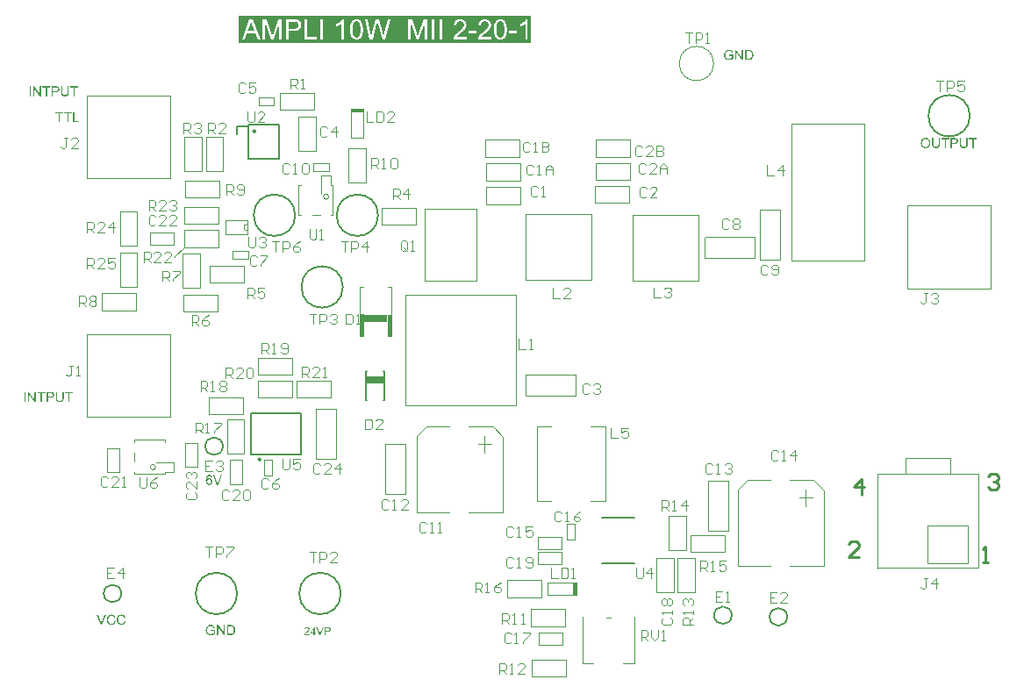
<source format=gto>
G04 Layer_Color=65535*
%FSLAX44Y44*%
%MOMM*%
G71*
G01*
G75*
%ADD42C,0.2000*%
%ADD44C,0.2540*%
%ADD59C,0.1200*%
%ADD60C,0.1700*%
%ADD61C,0.1500*%
%ADD62C,0.0500*%
%ADD63C,0.1000*%
%ADD64C,0.1270*%
%ADD65C,0.1524*%
%ADD66R,1.8000X0.7000*%
%ADD67R,0.4000X2.1000*%
%ADD68R,0.4000X2.0000*%
%ADD69R,2.2000X0.8000*%
%ADD70R,0.4000X0.3000*%
%ADD71R,1.2000X0.4000*%
%ADD72R,0.4000X1.2000*%
G36*
X11498375Y2659050D02*
Y2659036D01*
Y2658980D01*
Y2658911D01*
Y2658814D01*
X11498362Y2658689D01*
Y2658550D01*
X11498348Y2658384D01*
X11498334Y2658217D01*
X11498292Y2657843D01*
X11498237Y2657455D01*
X11498154Y2657080D01*
X11498098Y2656900D01*
X11498043Y2656733D01*
Y2656720D01*
X11498029Y2656692D01*
X11498002Y2656650D01*
X11497974Y2656595D01*
X11497891Y2656442D01*
X11497765Y2656248D01*
X11497599Y2656026D01*
X11497405Y2655804D01*
X11497156Y2655569D01*
X11496851Y2655361D01*
X11496836D01*
X11496809Y2655333D01*
X11496766Y2655319D01*
X11496698Y2655277D01*
X11496614Y2655236D01*
X11496504Y2655194D01*
X11496393Y2655153D01*
X11496254Y2655097D01*
X11496101Y2655042D01*
X11495935Y2655000D01*
X11495754Y2654958D01*
X11495547Y2654917D01*
X11495338Y2654889D01*
X11495117Y2654861D01*
X11494617Y2654834D01*
X11494492D01*
X11494396Y2654847D01*
X11494285D01*
X11494146Y2654861D01*
X11493993Y2654875D01*
X11493840Y2654889D01*
X11493494Y2654944D01*
X11493119Y2655028D01*
X11492759Y2655139D01*
X11492412Y2655291D01*
X11492399D01*
X11492371Y2655319D01*
X11492329Y2655347D01*
X11492273Y2655374D01*
X11492122Y2655486D01*
X11491941Y2655638D01*
X11491732Y2655832D01*
X11491538Y2656054D01*
X11491344Y2656331D01*
X11491191Y2656636D01*
Y2656650D01*
X11491178Y2656678D01*
X11491165Y2656733D01*
X11491136Y2656803D01*
X11491108Y2656886D01*
X11491080Y2656997D01*
X11491039Y2657122D01*
X11491012Y2657274D01*
X11490984Y2657441D01*
X11490942Y2657621D01*
X11490914Y2657815D01*
X11490886Y2658023D01*
X11490859Y2658259D01*
X11490845Y2658509D01*
X11490831Y2658772D01*
Y2659050D01*
Y2664597D01*
X11492107D01*
Y2659050D01*
Y2659036D01*
Y2658994D01*
Y2658925D01*
Y2658842D01*
X11492122Y2658745D01*
Y2658620D01*
X11492135Y2658356D01*
X11492163Y2658051D01*
X11492205Y2657746D01*
X11492260Y2657455D01*
X11492288Y2657330D01*
X11492329Y2657205D01*
X11492343Y2657177D01*
X11492371Y2657108D01*
X11492440Y2657011D01*
X11492523Y2656872D01*
X11492620Y2656733D01*
X11492759Y2656581D01*
X11492925Y2656429D01*
X11493119Y2656304D01*
X11493147Y2656290D01*
X11493217Y2656248D01*
X11493341Y2656206D01*
X11493508Y2656151D01*
X11493702Y2656082D01*
X11493951Y2656040D01*
X11494215Y2655999D01*
X11494507Y2655985D01*
X11494645D01*
X11494728Y2655999D01*
X11494854D01*
X11494978Y2656012D01*
X11495283Y2656068D01*
X11495615Y2656137D01*
X11495935Y2656248D01*
X11496240Y2656401D01*
X11496378Y2656498D01*
X11496504Y2656609D01*
X11496517Y2656623D01*
X11496531Y2656636D01*
X11496559Y2656678D01*
X11496600Y2656733D01*
X11496642Y2656817D01*
X11496698Y2656900D01*
X11496753Y2657025D01*
X11496809Y2657150D01*
X11496864Y2657302D01*
X11496906Y2657482D01*
X11496962Y2657690D01*
X11497003Y2657912D01*
X11497045Y2658162D01*
X11497072Y2658426D01*
X11497100Y2658730D01*
Y2659050D01*
Y2664597D01*
X11498375D01*
Y2659050D01*
D02*
G37*
G36*
X11525197D02*
Y2659036D01*
Y2658980D01*
Y2658911D01*
Y2658814D01*
X11525183Y2658689D01*
Y2658550D01*
X11525170Y2658384D01*
X11525155Y2658217D01*
X11525114Y2657843D01*
X11525059Y2657455D01*
X11524976Y2657080D01*
X11524919Y2656900D01*
X11524865Y2656733D01*
Y2656720D01*
X11524850Y2656692D01*
X11524823Y2656650D01*
X11524795Y2656595D01*
X11524712Y2656442D01*
X11524587Y2656248D01*
X11524420Y2656026D01*
X11524226Y2655804D01*
X11523977Y2655569D01*
X11523672Y2655361D01*
X11523657D01*
X11523630Y2655333D01*
X11523589Y2655319D01*
X11523519Y2655277D01*
X11523436Y2655236D01*
X11523325Y2655194D01*
X11523214Y2655153D01*
X11523075Y2655097D01*
X11522922Y2655042D01*
X11522756Y2655000D01*
X11522576Y2654958D01*
X11522368Y2654917D01*
X11522159Y2654889D01*
X11521938Y2654861D01*
X11521439Y2654834D01*
X11521313D01*
X11521217Y2654847D01*
X11521106D01*
X11520967Y2654861D01*
X11520814Y2654875D01*
X11520662Y2654889D01*
X11520315Y2654944D01*
X11519941Y2655028D01*
X11519580Y2655139D01*
X11519233Y2655291D01*
X11519220D01*
X11519192Y2655319D01*
X11519150Y2655347D01*
X11519095Y2655374D01*
X11518943Y2655486D01*
X11518762Y2655638D01*
X11518555Y2655832D01*
X11518361Y2656054D01*
X11518165Y2656331D01*
X11518013Y2656636D01*
Y2656650D01*
X11517999Y2656678D01*
X11517986Y2656733D01*
X11517958Y2656803D01*
X11517930Y2656886D01*
X11517903Y2656997D01*
X11517860Y2657122D01*
X11517833Y2657274D01*
X11517805Y2657441D01*
X11517764Y2657621D01*
X11517736Y2657815D01*
X11517709Y2658023D01*
X11517681Y2658259D01*
X11517666Y2658509D01*
X11517653Y2658772D01*
Y2659050D01*
Y2664597D01*
X11518928D01*
Y2659050D01*
Y2659036D01*
Y2658994D01*
Y2658925D01*
Y2658842D01*
X11518943Y2658745D01*
Y2658620D01*
X11518956Y2658356D01*
X11518984Y2658051D01*
X11519026Y2657746D01*
X11519081Y2657455D01*
X11519109Y2657330D01*
X11519150Y2657205D01*
X11519164Y2657177D01*
X11519192Y2657108D01*
X11519261Y2657011D01*
X11519344Y2656872D01*
X11519442Y2656733D01*
X11519580Y2656581D01*
X11519747Y2656429D01*
X11519941Y2656304D01*
X11519968Y2656290D01*
X11520038Y2656248D01*
X11520162Y2656206D01*
X11520330Y2656151D01*
X11520524Y2656082D01*
X11520773Y2656040D01*
X11521036Y2655999D01*
X11521328Y2655985D01*
X11521466D01*
X11521550Y2655999D01*
X11521675D01*
X11521799Y2656012D01*
X11522104Y2656068D01*
X11522438Y2656137D01*
X11522756Y2656248D01*
X11523062Y2656401D01*
X11523201Y2656498D01*
X11523325Y2656609D01*
X11523339Y2656623D01*
X11523352Y2656636D01*
X11523380Y2656678D01*
X11523422Y2656733D01*
X11523463Y2656817D01*
X11523519Y2656900D01*
X11523574Y2657025D01*
X11523630Y2657150D01*
X11523685Y2657302D01*
X11523727Y2657482D01*
X11523783Y2657690D01*
X11523824Y2657912D01*
X11523866Y2658162D01*
X11523894Y2658426D01*
X11523921Y2658730D01*
Y2659050D01*
Y2664597D01*
X11525197D01*
Y2659050D01*
D02*
G37*
G36*
X10616276Y2410000D02*
X10615000D01*
Y2419597D01*
X10616276D01*
Y2410000D01*
D02*
G37*
G36*
X11534198Y2663460D02*
X11531035D01*
Y2655000D01*
X11529760D01*
Y2663460D01*
X11526598D01*
Y2664597D01*
X11534198D01*
Y2663460D01*
D02*
G37*
G36*
X11484812Y2664749D02*
X11484938D01*
X11485062Y2664736D01*
X11485228Y2664708D01*
X11485394Y2664680D01*
X11485756Y2664611D01*
X11486172Y2664500D01*
X11486573Y2664333D01*
X11486781Y2664236D01*
X11486990Y2664125D01*
X11487003Y2664112D01*
X11487031Y2664098D01*
X11487087Y2664056D01*
X11487170Y2664015D01*
X11487253Y2663945D01*
X11487365Y2663862D01*
X11487600Y2663668D01*
X11487849Y2663418D01*
X11488127Y2663113D01*
X11488390Y2662752D01*
X11488612Y2662350D01*
Y2662336D01*
X11488640Y2662295D01*
X11488668Y2662239D01*
X11488695Y2662156D01*
X11488751Y2662045D01*
X11488793Y2661920D01*
X11488848Y2661768D01*
X11488904Y2661601D01*
X11488945Y2661421D01*
X11489000Y2661227D01*
X11489056Y2661005D01*
X11489098Y2660783D01*
X11489153Y2660298D01*
X11489181Y2659771D01*
Y2659757D01*
Y2659702D01*
Y2659632D01*
X11489167Y2659521D01*
Y2659396D01*
X11489153Y2659244D01*
X11489126Y2659077D01*
X11489111Y2658897D01*
X11489042Y2658495D01*
X11488932Y2658051D01*
X11488779Y2657607D01*
X11488695Y2657385D01*
X11488584Y2657163D01*
Y2657150D01*
X11488557Y2657108D01*
X11488529Y2657053D01*
X11488474Y2656969D01*
X11488418Y2656872D01*
X11488348Y2656775D01*
X11488154Y2656512D01*
X11487919Y2656234D01*
X11487642Y2655943D01*
X11487308Y2655666D01*
X11486920Y2655416D01*
X11486907D01*
X11486879Y2655388D01*
X11486809Y2655361D01*
X11486726Y2655319D01*
X11486630Y2655277D01*
X11486519Y2655236D01*
X11486379Y2655180D01*
X11486227Y2655125D01*
X11486061Y2655069D01*
X11485880Y2655014D01*
X11485479Y2654931D01*
X11485048Y2654861D01*
X11484590Y2654834D01*
X11484452D01*
X11484369Y2654847D01*
X11484243D01*
X11484105Y2654875D01*
X11483953Y2654889D01*
X11483772Y2654917D01*
X11483397Y2655000D01*
X11482996Y2655111D01*
X11482579Y2655277D01*
X11482372Y2655374D01*
X11482163Y2655486D01*
X11482150Y2655499D01*
X11482122Y2655513D01*
X11482067Y2655555D01*
X11481984Y2655610D01*
X11481899Y2655666D01*
X11481803Y2655749D01*
X11481567Y2655957D01*
X11481304Y2656206D01*
X11481027Y2656512D01*
X11480776Y2656859D01*
X11480541Y2657260D01*
Y2657274D01*
X11480513Y2657316D01*
X11480486Y2657372D01*
X11480458Y2657455D01*
X11480416Y2657566D01*
X11480375Y2657690D01*
X11480319Y2657829D01*
X11480277Y2657982D01*
X11480222Y2658162D01*
X11480166Y2658342D01*
X11480083Y2658758D01*
X11480028Y2659188D01*
X11480000Y2659660D01*
Y2659673D01*
Y2659688D01*
Y2659771D01*
X11480013Y2659896D01*
Y2660062D01*
X11480042Y2660256D01*
X11480070Y2660492D01*
X11480111Y2660755D01*
X11480166Y2661033D01*
X11480222Y2661324D01*
X11480305Y2661629D01*
X11480416Y2661934D01*
X11480541Y2662253D01*
X11480680Y2662558D01*
X11480859Y2662863D01*
X11481053Y2663141D01*
X11481276Y2663404D01*
X11481290Y2663418D01*
X11481332Y2663460D01*
X11481415Y2663529D01*
X11481511Y2663612D01*
X11481637Y2663723D01*
X11481790Y2663834D01*
X11481969Y2663959D01*
X11482178Y2664084D01*
X11482399Y2664209D01*
X11482649Y2664333D01*
X11482926Y2664444D01*
X11483218Y2664555D01*
X11483536Y2664638D01*
X11483870Y2664708D01*
X11484216Y2664749D01*
X11484590Y2664763D01*
X11484716D01*
X11484812Y2664749D01*
D02*
G37*
G36*
X11507377Y2663460D02*
X11504214D01*
Y2655000D01*
X11502938D01*
Y2663460D01*
X11499777D01*
Y2664597D01*
X11507377D01*
Y2663460D01*
D02*
G37*
G36*
X11512841Y2664583D02*
X11513076Y2664569D01*
X11513325Y2664555D01*
X11513562Y2664528D01*
X11513770Y2664500D01*
X11513798D01*
X11513894Y2664472D01*
X11514020Y2664444D01*
X11514186Y2664403D01*
X11514366Y2664333D01*
X11514561Y2664250D01*
X11514768Y2664153D01*
X11514949Y2664042D01*
X11514976Y2664028D01*
X11515032Y2663987D01*
X11515115Y2663904D01*
X11515226Y2663806D01*
X11515350Y2663682D01*
X11515475Y2663515D01*
X11515614Y2663335D01*
X11515725Y2663127D01*
X11515739Y2663099D01*
X11515767Y2663030D01*
X11515822Y2662905D01*
X11515878Y2662739D01*
X11515919Y2662544D01*
X11515974Y2662322D01*
X11516002Y2662073D01*
X11516016Y2661809D01*
Y2661795D01*
Y2661754D01*
Y2661698D01*
X11516002Y2661601D01*
X11515989Y2661504D01*
X11515974Y2661379D01*
X11515947Y2661241D01*
X11515919Y2661088D01*
X11515822Y2660769D01*
X11515767Y2660603D01*
X11515684Y2660422D01*
X11515586Y2660242D01*
X11515490Y2660076D01*
X11515365Y2659909D01*
X11515226Y2659743D01*
X11515212Y2659729D01*
X11515184Y2659702D01*
X11515143Y2659660D01*
X11515073Y2659618D01*
X11514990Y2659549D01*
X11514879Y2659479D01*
X11514740Y2659396D01*
X11514587Y2659327D01*
X11514408Y2659244D01*
X11514199Y2659160D01*
X11513977Y2659091D01*
X11513715Y2659036D01*
X11513436Y2658980D01*
X11513131Y2658939D01*
X11512784Y2658911D01*
X11512424Y2658897D01*
X11509969D01*
Y2655000D01*
X11508694D01*
Y2664597D01*
X11512632D01*
X11512841Y2664583D01*
D02*
G37*
G36*
X10626067Y2410000D02*
X10624750D01*
X10619729Y2417531D01*
Y2410000D01*
X10618508D01*
Y2419597D01*
X10619812D01*
X10624846Y2412052D01*
Y2419597D01*
X10626067D01*
Y2410000D01*
D02*
G37*
G36*
X10621276Y2705000D02*
X10620000D01*
Y2714597D01*
X10621276D01*
Y2705000D01*
D02*
G37*
G36*
X10640082Y2713460D02*
X10636919D01*
Y2705000D01*
X10635643D01*
Y2713460D01*
X10632482D01*
Y2714597D01*
X10640082D01*
Y2713460D01*
D02*
G37*
G36*
X10652903Y2414050D02*
Y2414036D01*
Y2413980D01*
Y2413911D01*
Y2413814D01*
X10652888Y2413689D01*
Y2413550D01*
X10652875Y2413384D01*
X10652860Y2413217D01*
X10652819Y2412843D01*
X10652764Y2412455D01*
X10652681Y2412080D01*
X10652625Y2411900D01*
X10652570Y2411734D01*
Y2411720D01*
X10652556Y2411692D01*
X10652528Y2411650D01*
X10652500Y2411595D01*
X10652417Y2411442D01*
X10652292Y2411248D01*
X10652125Y2411026D01*
X10651931Y2410804D01*
X10651682Y2410569D01*
X10651377Y2410361D01*
X10651362D01*
X10651335Y2410333D01*
X10651294Y2410319D01*
X10651224Y2410277D01*
X10651141Y2410236D01*
X10651030Y2410194D01*
X10650919Y2410153D01*
X10650780Y2410097D01*
X10650627Y2410042D01*
X10650461Y2410000D01*
X10650281Y2409958D01*
X10650073Y2409917D01*
X10649866Y2409889D01*
X10649644Y2409861D01*
X10649144Y2409834D01*
X10649020D01*
X10648922Y2409848D01*
X10648811D01*
X10648673Y2409861D01*
X10648521Y2409875D01*
X10648368Y2409889D01*
X10648021Y2409944D01*
X10647646Y2410028D01*
X10647285Y2410139D01*
X10646938Y2410291D01*
X10646925D01*
X10646897Y2410319D01*
X10646855Y2410347D01*
X10646801Y2410374D01*
X10646648Y2410485D01*
X10646467Y2410638D01*
X10646260Y2410832D01*
X10646066Y2411054D01*
X10645872Y2411331D01*
X10645719Y2411637D01*
Y2411650D01*
X10645704Y2411678D01*
X10645691Y2411734D01*
X10645663Y2411803D01*
X10645635Y2411886D01*
X10645608Y2411997D01*
X10645566Y2412122D01*
X10645538Y2412274D01*
X10645510Y2412441D01*
X10645469Y2412621D01*
X10645441Y2412815D01*
X10645414Y2413023D01*
X10645386Y2413259D01*
X10645372Y2413509D01*
X10645358Y2413772D01*
Y2414050D01*
Y2419597D01*
X10646633D01*
Y2414050D01*
Y2414036D01*
Y2413994D01*
Y2413925D01*
Y2413842D01*
X10646648Y2413745D01*
Y2413620D01*
X10646661Y2413356D01*
X10646689Y2413051D01*
X10646731Y2412746D01*
X10646786Y2412455D01*
X10646814Y2412330D01*
X10646855Y2412205D01*
X10646870Y2412177D01*
X10646897Y2412108D01*
X10646967Y2412011D01*
X10647050Y2411872D01*
X10647147Y2411734D01*
X10647285Y2411581D01*
X10647452Y2411429D01*
X10647646Y2411304D01*
X10647675Y2411290D01*
X10647743Y2411248D01*
X10647869Y2411207D01*
X10648035Y2411151D01*
X10648229Y2411082D01*
X10648478Y2411040D01*
X10648741Y2410999D01*
X10649033Y2410985D01*
X10649171D01*
X10649255Y2410999D01*
X10649380D01*
X10649504Y2411012D01*
X10649810Y2411068D01*
X10650143Y2411137D01*
X10650461Y2411248D01*
X10650767Y2411401D01*
X10650906Y2411498D01*
X10651030Y2411609D01*
X10651044Y2411623D01*
X10651058Y2411637D01*
X10651085Y2411678D01*
X10651127Y2411734D01*
X10651168Y2411817D01*
X10651224Y2411900D01*
X10651279Y2412025D01*
X10651335Y2412150D01*
X10651390Y2412302D01*
X10651432Y2412482D01*
X10651488Y2412690D01*
X10651530Y2412912D01*
X10651571Y2413162D01*
X10651599Y2413425D01*
X10651626Y2413731D01*
Y2414050D01*
Y2419597D01*
X10652903D01*
Y2414050D01*
D02*
G37*
G36*
X10635082Y2418460D02*
X10631919D01*
Y2410000D01*
X10630643D01*
Y2418460D01*
X10627482D01*
Y2419597D01*
X10635082D01*
Y2418460D01*
D02*
G37*
G36*
X10640546Y2419583D02*
X10640781Y2419569D01*
X10641031Y2419555D01*
X10641267Y2419528D01*
X10641475Y2419500D01*
X10641503D01*
X10641599Y2419472D01*
X10641725Y2419444D01*
X10641891Y2419403D01*
X10642072Y2419333D01*
X10642266Y2419250D01*
X10642473Y2419153D01*
X10642654Y2419042D01*
X10642682Y2419028D01*
X10642737Y2418987D01*
X10642820Y2418904D01*
X10642931Y2418806D01*
X10643055Y2418682D01*
X10643181Y2418515D01*
X10643319Y2418335D01*
X10643430Y2418127D01*
X10643444Y2418099D01*
X10643472Y2418030D01*
X10643528Y2417905D01*
X10643583Y2417739D01*
X10643624Y2417544D01*
X10643680Y2417323D01*
X10643707Y2417073D01*
X10643722Y2416809D01*
Y2416796D01*
Y2416754D01*
Y2416698D01*
X10643707Y2416601D01*
X10643694Y2416504D01*
X10643680Y2416380D01*
X10643652Y2416241D01*
X10643624Y2416088D01*
X10643528Y2415769D01*
X10643472Y2415603D01*
X10643389Y2415423D01*
X10643291Y2415242D01*
X10643195Y2415076D01*
X10643070Y2414909D01*
X10642931Y2414743D01*
X10642917Y2414729D01*
X10642889Y2414701D01*
X10642848Y2414660D01*
X10642778Y2414618D01*
X10642695Y2414549D01*
X10642584Y2414480D01*
X10642445Y2414396D01*
X10642292Y2414327D01*
X10642113Y2414244D01*
X10641904Y2414160D01*
X10641683Y2414091D01*
X10641420Y2414036D01*
X10641141Y2413980D01*
X10640837Y2413939D01*
X10640490Y2413911D01*
X10640129Y2413897D01*
X10637675D01*
Y2410000D01*
X10636399D01*
Y2419597D01*
X10640338D01*
X10640546Y2419583D01*
D02*
G37*
G36*
X10661903Y2418460D02*
X10658741D01*
Y2410000D01*
X10657465D01*
Y2418460D01*
X10654303D01*
Y2419597D01*
X10661903D01*
Y2418460D01*
D02*
G37*
G36*
X11295062Y2749749D02*
X11295173D01*
X11295436Y2749722D01*
X11295728Y2749680D01*
X11296033Y2749611D01*
X11296366Y2749528D01*
X11296685Y2749417D01*
X11296698D01*
X11296726Y2749403D01*
X11296768Y2749389D01*
X11296824Y2749361D01*
X11296976Y2749278D01*
X11297170Y2749181D01*
X11297378Y2749042D01*
X11297600Y2748876D01*
X11297808Y2748695D01*
X11298002Y2748474D01*
X11298030Y2748446D01*
X11298085Y2748363D01*
X11298169Y2748238D01*
X11298279Y2748058D01*
X11298390Y2747836D01*
X11298516Y2747558D01*
X11298640Y2747253D01*
X11298737Y2746906D01*
X11297585Y2746601D01*
Y2746615D01*
X11297572Y2746629D01*
X11297559Y2746671D01*
X11297544Y2746726D01*
X11297502Y2746851D01*
X11297448Y2747018D01*
X11297365Y2747212D01*
X11297267Y2747392D01*
X11297170Y2747586D01*
X11297045Y2747752D01*
X11297031Y2747766D01*
X11296990Y2747822D01*
X11296907Y2747891D01*
X11296809Y2747988D01*
X11296685Y2748099D01*
X11296519Y2748210D01*
X11296338Y2748321D01*
X11296130Y2748418D01*
X11296102Y2748432D01*
X11296033Y2748460D01*
X11295908Y2748501D01*
X11295741Y2748557D01*
X11295547Y2748598D01*
X11295326Y2748640D01*
X11295076Y2748668D01*
X11294812Y2748682D01*
X11294659D01*
X11294590Y2748668D01*
X11294507D01*
X11294299Y2748654D01*
X11294064Y2748612D01*
X11293800Y2748571D01*
X11293550Y2748501D01*
X11293301Y2748404D01*
X11293273Y2748391D01*
X11293190Y2748363D01*
X11293079Y2748293D01*
X11292941Y2748224D01*
X11292773Y2748113D01*
X11292594Y2748002D01*
X11292427Y2747863D01*
X11292274Y2747711D01*
X11292261Y2747697D01*
X11292205Y2747642D01*
X11292136Y2747544D01*
X11292052Y2747433D01*
X11291956Y2747295D01*
X11291858Y2747128D01*
X11291761Y2746948D01*
X11291664Y2746754D01*
Y2746740D01*
X11291650Y2746712D01*
X11291637Y2746671D01*
X11291609Y2746601D01*
X11291581Y2746518D01*
X11291553Y2746421D01*
X11291511Y2746310D01*
X11291484Y2746185D01*
X11291415Y2745894D01*
X11291359Y2745561D01*
X11291317Y2745215D01*
X11291304Y2744826D01*
Y2744812D01*
Y2744771D01*
Y2744702D01*
X11291317Y2744618D01*
Y2744507D01*
X11291332Y2744369D01*
X11291345Y2744230D01*
X11291359Y2744077D01*
X11291415Y2743730D01*
X11291484Y2743370D01*
X11291595Y2743009D01*
X11291733Y2742663D01*
Y2742649D01*
X11291761Y2742621D01*
X11291775Y2742580D01*
X11291816Y2742524D01*
X11291914Y2742372D01*
X11292067Y2742177D01*
X11292246Y2741969D01*
X11292468Y2741761D01*
X11292732Y2741567D01*
X11293024Y2741387D01*
X11293037D01*
X11293065Y2741373D01*
X11293107Y2741345D01*
X11293176Y2741317D01*
X11293245Y2741290D01*
X11293342Y2741262D01*
X11293564Y2741179D01*
X11293842Y2741110D01*
X11294147Y2741040D01*
X11294480Y2740985D01*
X11294827Y2740971D01*
X11294965D01*
X11295048Y2740985D01*
X11295132D01*
X11295339Y2741012D01*
X11295590Y2741040D01*
X11295852Y2741096D01*
X11296144Y2741179D01*
X11296434Y2741276D01*
X11296449D01*
X11296477Y2741290D01*
X11296504Y2741304D01*
X11296560Y2741331D01*
X11296713Y2741401D01*
X11296879Y2741484D01*
X11297073Y2741581D01*
X11297281Y2741692D01*
X11297476Y2741817D01*
X11297642Y2741956D01*
Y2743758D01*
X11294812D01*
Y2744896D01*
X11298889D01*
Y2741331D01*
X11298876Y2741317D01*
X11298848Y2741304D01*
X11298793Y2741262D01*
X11298723Y2741207D01*
X11298640Y2741151D01*
X11298542Y2741082D01*
X11298418Y2740999D01*
X11298293Y2740915D01*
X11298002Y2740735D01*
X11297670Y2740541D01*
X11297323Y2740361D01*
X11296948Y2740208D01*
X11296934D01*
X11296907Y2740194D01*
X11296851Y2740180D01*
X11296781Y2740153D01*
X11296685Y2740125D01*
X11296573Y2740083D01*
X11296449Y2740056D01*
X11296324Y2740028D01*
X11296019Y2739958D01*
X11295673Y2739889D01*
X11295298Y2739847D01*
X11294910Y2739834D01*
X11294771D01*
X11294674Y2739847D01*
X11294548D01*
X11294396Y2739861D01*
X11294230Y2739889D01*
X11294049Y2739903D01*
X11293647Y2739986D01*
X11293218Y2740083D01*
X11292773Y2740236D01*
X11292551Y2740319D01*
X11292330Y2740430D01*
X11292316Y2740444D01*
X11292274Y2740458D01*
X11292219Y2740499D01*
X11292136Y2740541D01*
X11292039Y2740610D01*
X11291942Y2740680D01*
X11291678Y2740874D01*
X11291400Y2741123D01*
X11291110Y2741429D01*
X11290833Y2741775D01*
X11290582Y2742177D01*
Y2742191D01*
X11290554Y2742233D01*
X11290527Y2742288D01*
X11290486Y2742385D01*
X11290444Y2742482D01*
X11290402Y2742621D01*
X11290347Y2742760D01*
X11290292Y2742926D01*
X11290236Y2743106D01*
X11290181Y2743315D01*
X11290139Y2743523D01*
X11290098Y2743745D01*
X11290028Y2744230D01*
X11290000Y2744743D01*
Y2744757D01*
Y2744812D01*
Y2744882D01*
X11290013Y2744979D01*
Y2745103D01*
X11290028Y2745256D01*
X11290055Y2745409D01*
X11290070Y2745589D01*
X11290111Y2745783D01*
X11290139Y2745991D01*
X11290249Y2746435D01*
X11290388Y2746893D01*
X11290582Y2747350D01*
X11290596Y2747364D01*
X11290610Y2747406D01*
X11290638Y2747461D01*
X11290693Y2747544D01*
X11290748Y2747655D01*
X11290818Y2747766D01*
X11291012Y2748030D01*
X11291249Y2748335D01*
X11291539Y2748626D01*
X11291873Y2748918D01*
X11292067Y2749042D01*
X11292261Y2749167D01*
X11292274Y2749181D01*
X11292316Y2749195D01*
X11292372Y2749222D01*
X11292455Y2749264D01*
X11292566Y2749306D01*
X11292690Y2749361D01*
X11292830Y2749417D01*
X11292996Y2749472D01*
X11293176Y2749528D01*
X11293370Y2749569D01*
X11293578Y2749625D01*
X11293800Y2749666D01*
X11294286Y2749736D01*
X11294535Y2749763D01*
X11294979D01*
X11295062Y2749749D01*
D02*
G37*
G36*
X10895078Y2187708D02*
X10896122D01*
Y2186843D01*
X10895078D01*
Y2185000D01*
X10894135D01*
Y2186843D01*
X10890795D01*
Y2187708D01*
X10894313Y2192681D01*
X10895078D01*
Y2187708D01*
D02*
G37*
G36*
X10907954Y2192670D02*
X10908143Y2192659D01*
X10908344Y2192648D01*
X10908531Y2192626D01*
X10908698Y2192603D01*
X10908721D01*
X10908798Y2192581D01*
X10908898Y2192559D01*
X10909031Y2192526D01*
X10909175Y2192470D01*
X10909331Y2192404D01*
X10909497Y2192326D01*
X10909641Y2192237D01*
X10909664Y2192226D01*
X10909708Y2192193D01*
X10909775Y2192126D01*
X10909863Y2192048D01*
X10909963Y2191949D01*
X10910063Y2191815D01*
X10910175Y2191671D01*
X10910264Y2191505D01*
X10910275Y2191482D01*
X10910297Y2191427D01*
X10910341Y2191327D01*
X10910386Y2191194D01*
X10910419Y2191038D01*
X10910463Y2190861D01*
X10910485Y2190661D01*
X10910496Y2190450D01*
Y2190439D01*
Y2190406D01*
Y2190361D01*
X10910485Y2190284D01*
X10910474Y2190206D01*
X10910463Y2190106D01*
X10910441Y2189995D01*
X10910419Y2189873D01*
X10910341Y2189617D01*
X10910297Y2189484D01*
X10910229Y2189340D01*
X10910153Y2189196D01*
X10910074Y2189062D01*
X10909974Y2188929D01*
X10909863Y2188796D01*
X10909852Y2188785D01*
X10909830Y2188763D01*
X10909797Y2188730D01*
X10909741Y2188696D01*
X10909675Y2188641D01*
X10909586Y2188585D01*
X10909475Y2188519D01*
X10909353Y2188463D01*
X10909209Y2188396D01*
X10909042Y2188330D01*
X10908865Y2188274D01*
X10908654Y2188230D01*
X10908431Y2188186D01*
X10908187Y2188152D01*
X10907910Y2188130D01*
X10907621Y2188119D01*
X10905657D01*
Y2185000D01*
X10904635D01*
Y2192681D01*
X10907788D01*
X10907954Y2192670D01*
D02*
G37*
G36*
X10900718Y2185000D02*
X10899652D01*
X10896677Y2192681D01*
X10897787D01*
X10899785Y2187098D01*
Y2187087D01*
X10899796Y2187065D01*
X10899807Y2187031D01*
X10899829Y2186987D01*
X10899840Y2186920D01*
X10899862Y2186854D01*
X10899918Y2186687D01*
X10899984Y2186499D01*
X10900051Y2186288D01*
X10900184Y2185844D01*
Y2185855D01*
X10900195Y2185877D01*
X10900206Y2185910D01*
X10900217Y2185955D01*
X10900251Y2186077D01*
X10900306Y2186243D01*
X10900363Y2186432D01*
X10900428Y2186643D01*
X10900507Y2186865D01*
X10900596Y2187098D01*
X10902682Y2192681D01*
X10903715D01*
X10900718Y2185000D01*
D02*
G37*
G36*
X10887875Y2192703D02*
X10887964Y2192692D01*
X10888075Y2192681D01*
X10888197Y2192659D01*
X10888319Y2192637D01*
X10888607Y2192559D01*
X10888896Y2192448D01*
X10889041Y2192381D01*
X10889185Y2192304D01*
X10889318Y2192204D01*
X10889440Y2192093D01*
X10889451Y2192082D01*
X10889473Y2192071D01*
X10889496Y2192026D01*
X10889540Y2191982D01*
X10889595Y2191926D01*
X10889651Y2191849D01*
X10889706Y2191771D01*
X10889773Y2191671D01*
X10889884Y2191460D01*
X10889995Y2191194D01*
X10890039Y2191060D01*
X10890061Y2190905D01*
X10890084Y2190750D01*
X10890095Y2190583D01*
Y2190561D01*
Y2190506D01*
X10890084Y2190417D01*
X10890072Y2190295D01*
X10890050Y2190161D01*
X10890006Y2190006D01*
X10889962Y2189839D01*
X10889895Y2189673D01*
X10889884Y2189651D01*
X10889862Y2189595D01*
X10889817Y2189507D01*
X10889751Y2189384D01*
X10889662Y2189251D01*
X10889551Y2189085D01*
X10889418Y2188918D01*
X10889263Y2188730D01*
X10889240Y2188707D01*
X10889185Y2188641D01*
X10889130Y2188585D01*
X10889073Y2188530D01*
X10889008Y2188463D01*
X10888918Y2188374D01*
X10888829Y2188286D01*
X10888718Y2188186D01*
X10888607Y2188075D01*
X10888474Y2187953D01*
X10888330Y2187830D01*
X10888175Y2187686D01*
X10887997Y2187542D01*
X10887820Y2187386D01*
X10887808Y2187375D01*
X10887786Y2187353D01*
X10887742Y2187320D01*
X10887686Y2187276D01*
X10887620Y2187209D01*
X10887542Y2187142D01*
X10887365Y2186998D01*
X10887175Y2186832D01*
X10886998Y2186665D01*
X10886842Y2186521D01*
X10886776Y2186465D01*
X10886720Y2186410D01*
X10886709Y2186399D01*
X10886676Y2186365D01*
X10886632Y2186321D01*
X10886576Y2186254D01*
X10886521Y2186177D01*
X10886454Y2186099D01*
X10886321Y2185910D01*
X10890106D01*
Y2185000D01*
X10885011D01*
Y2185011D01*
Y2185056D01*
Y2185122D01*
X10885022Y2185211D01*
X10885033Y2185311D01*
X10885055Y2185422D01*
X10885078Y2185533D01*
X10885122Y2185655D01*
Y2185666D01*
X10885133Y2185677D01*
X10885155Y2185744D01*
X10885200Y2185844D01*
X10885266Y2185977D01*
X10885355Y2186132D01*
X10885466Y2186310D01*
X10885588Y2186487D01*
X10885743Y2186676D01*
Y2186687D01*
X10885765Y2186698D01*
X10885822Y2186765D01*
X10885922Y2186865D01*
X10886066Y2187009D01*
X10886232Y2187176D01*
X10886443Y2187375D01*
X10886698Y2187597D01*
X10886976Y2187830D01*
X10886987Y2187841D01*
X10887031Y2187875D01*
X10887098Y2187930D01*
X10887175Y2187997D01*
X10887275Y2188086D01*
X10887397Y2188186D01*
X10887520Y2188297D01*
X10887664Y2188419D01*
X10887942Y2188685D01*
X10888219Y2188952D01*
X10888352Y2189085D01*
X10888474Y2189218D01*
X10888585Y2189340D01*
X10888674Y2189462D01*
Y2189473D01*
X10888696Y2189484D01*
X10888718Y2189518D01*
X10888740Y2189562D01*
X10888818Y2189684D01*
X10888907Y2189828D01*
X10888984Y2190006D01*
X10889062Y2190195D01*
X10889106Y2190406D01*
X10889130Y2190605D01*
Y2190616D01*
Y2190628D01*
X10889117Y2190694D01*
X10889106Y2190805D01*
X10889073Y2190927D01*
X10889030Y2191083D01*
X10888951Y2191238D01*
X10888851Y2191393D01*
X10888718Y2191549D01*
X10888696Y2191571D01*
X10888640Y2191615D01*
X10888563Y2191671D01*
X10888441Y2191749D01*
X10888285Y2191815D01*
X10888108Y2191882D01*
X10887897Y2191926D01*
X10887664Y2191937D01*
X10887598D01*
X10887552Y2191926D01*
X10887419Y2191915D01*
X10887264Y2191882D01*
X10887098Y2191837D01*
X10886909Y2191760D01*
X10886732Y2191660D01*
X10886565Y2191527D01*
X10886543Y2191505D01*
X10886499Y2191449D01*
X10886432Y2191360D01*
X10886365Y2191227D01*
X10886288Y2191072D01*
X10886221Y2190872D01*
X10886177Y2190650D01*
X10886155Y2190394D01*
X10885189Y2190494D01*
Y2190506D01*
X10885200Y2190539D01*
Y2190594D01*
X10885211Y2190672D01*
X10885233Y2190761D01*
X10885255Y2190861D01*
X10885288Y2190983D01*
X10885322Y2191105D01*
X10885410Y2191371D01*
X10885544Y2191638D01*
X10885621Y2191771D01*
X10885721Y2191904D01*
X10885822Y2192026D01*
X10885933Y2192137D01*
X10885944Y2192148D01*
X10885966Y2192159D01*
X10885999Y2192193D01*
X10886055Y2192226D01*
X10886121Y2192270D01*
X10886199Y2192315D01*
X10886288Y2192370D01*
X10886399Y2192426D01*
X10886521Y2192481D01*
X10886654Y2192537D01*
X10886798Y2192581D01*
X10886953Y2192626D01*
X10887120Y2192659D01*
X10887297Y2192692D01*
X10887487Y2192703D01*
X10887686Y2192714D01*
X10887797D01*
X10887875Y2192703D01*
D02*
G37*
G36*
X10814381Y2194583D02*
X10814658Y2194569D01*
X10814935Y2194541D01*
X10815212Y2194500D01*
X10815448Y2194458D01*
X10815463D01*
X10815490Y2194444D01*
X10815532D01*
X10815587Y2194417D01*
X10815740Y2194375D01*
X10815934Y2194306D01*
X10816156Y2194209D01*
X10816392Y2194084D01*
X10816627Y2193945D01*
X10816849Y2193765D01*
X10816863Y2193751D01*
X10816877Y2193737D01*
X10816919Y2193696D01*
X10816974Y2193654D01*
X10817113Y2193515D01*
X10817279Y2193321D01*
X10817460Y2193085D01*
X10817654Y2192808D01*
X10817834Y2192489D01*
X10817986Y2192128D01*
Y2192115D01*
X10818000Y2192087D01*
X10818029Y2192031D01*
X10818042Y2191948D01*
X10818083Y2191851D01*
X10818112Y2191740D01*
X10818138Y2191615D01*
X10818181Y2191463D01*
X10818223Y2191310D01*
X10818250Y2191130D01*
X10818319Y2190741D01*
X10818361Y2190312D01*
X10818375Y2189840D01*
Y2189826D01*
Y2189798D01*
Y2189729D01*
Y2189660D01*
X10818361Y2189563D01*
Y2189452D01*
X10818347Y2189188D01*
X10818306Y2188883D01*
X10818264Y2188564D01*
X10818195Y2188231D01*
X10818112Y2187899D01*
Y2187885D01*
X10818097Y2187857D01*
X10818083Y2187815D01*
X10818070Y2187760D01*
X10818014Y2187607D01*
X10817931Y2187413D01*
X10817848Y2187191D01*
X10817737Y2186969D01*
X10817598Y2186734D01*
X10817460Y2186512D01*
X10817445Y2186484D01*
X10817390Y2186415D01*
X10817307Y2186317D01*
X10817196Y2186193D01*
X10817072Y2186054D01*
X10816919Y2185915D01*
X10816766Y2185763D01*
X10816586Y2185638D01*
X10816558Y2185624D01*
X10816503Y2185582D01*
X10816405Y2185527D01*
X10816267Y2185458D01*
X10816100Y2185374D01*
X10815906Y2185305D01*
X10815685Y2185222D01*
X10815435Y2185153D01*
X10815406D01*
X10815365Y2185139D01*
X10815323Y2185125D01*
X10815186Y2185111D01*
X10814991Y2185083D01*
X10814769Y2185056D01*
X10814506Y2185028D01*
X10814214Y2185014D01*
X10813895Y2185000D01*
X10810442D01*
Y2194597D01*
X10814131D01*
X10814381Y2194583D01*
D02*
G37*
G36*
X10808307Y2185000D02*
X10806989D01*
X10801969Y2192531D01*
Y2185000D01*
X10800748D01*
Y2194597D01*
X10802052D01*
X10807086Y2187052D01*
Y2194597D01*
X10808307D01*
Y2185000D01*
D02*
G37*
G36*
X10795062Y2194749D02*
X10795173D01*
X10795436Y2194722D01*
X10795728Y2194680D01*
X10796033Y2194611D01*
X10796366Y2194528D01*
X10796685Y2194417D01*
X10796698D01*
X10796726Y2194403D01*
X10796768Y2194389D01*
X10796824Y2194361D01*
X10796976Y2194278D01*
X10797170Y2194181D01*
X10797378Y2194042D01*
X10797600Y2193876D01*
X10797808Y2193696D01*
X10798002Y2193474D01*
X10798030Y2193446D01*
X10798085Y2193363D01*
X10798169Y2193238D01*
X10798279Y2193058D01*
X10798390Y2192836D01*
X10798516Y2192558D01*
X10798640Y2192253D01*
X10798737Y2191906D01*
X10797585Y2191601D01*
Y2191615D01*
X10797572Y2191629D01*
X10797559Y2191671D01*
X10797544Y2191726D01*
X10797502Y2191851D01*
X10797448Y2192017D01*
X10797365Y2192212D01*
X10797267Y2192392D01*
X10797170Y2192586D01*
X10797045Y2192752D01*
X10797031Y2192766D01*
X10796990Y2192822D01*
X10796907Y2192891D01*
X10796809Y2192988D01*
X10796685Y2193099D01*
X10796519Y2193210D01*
X10796338Y2193321D01*
X10796130Y2193418D01*
X10796102Y2193432D01*
X10796033Y2193460D01*
X10795908Y2193501D01*
X10795741Y2193557D01*
X10795547Y2193598D01*
X10795326Y2193640D01*
X10795076Y2193668D01*
X10794812Y2193682D01*
X10794659D01*
X10794591Y2193668D01*
X10794507D01*
X10794299Y2193654D01*
X10794064Y2193612D01*
X10793800Y2193571D01*
X10793550Y2193501D01*
X10793301Y2193404D01*
X10793273Y2193390D01*
X10793190Y2193363D01*
X10793079Y2193293D01*
X10792941Y2193224D01*
X10792773Y2193113D01*
X10792594Y2193002D01*
X10792427Y2192863D01*
X10792274Y2192711D01*
X10792261Y2192697D01*
X10792205Y2192641D01*
X10792136Y2192544D01*
X10792052Y2192433D01*
X10791956Y2192295D01*
X10791858Y2192128D01*
X10791761Y2191948D01*
X10791664Y2191754D01*
Y2191740D01*
X10791650Y2191712D01*
X10791637Y2191671D01*
X10791609Y2191601D01*
X10791581Y2191518D01*
X10791553Y2191421D01*
X10791511Y2191310D01*
X10791484Y2191185D01*
X10791415Y2190894D01*
X10791359Y2190561D01*
X10791317Y2190215D01*
X10791304Y2189826D01*
Y2189812D01*
Y2189771D01*
Y2189701D01*
X10791317Y2189618D01*
Y2189507D01*
X10791332Y2189368D01*
X10791345Y2189230D01*
X10791359Y2189077D01*
X10791415Y2188731D01*
X10791484Y2188370D01*
X10791595Y2188009D01*
X10791733Y2187663D01*
Y2187649D01*
X10791761Y2187621D01*
X10791775Y2187579D01*
X10791816Y2187524D01*
X10791914Y2187372D01*
X10792067Y2187177D01*
X10792246Y2186969D01*
X10792468Y2186761D01*
X10792732Y2186567D01*
X10793024Y2186387D01*
X10793037D01*
X10793065Y2186373D01*
X10793107Y2186345D01*
X10793176Y2186317D01*
X10793245Y2186290D01*
X10793342Y2186262D01*
X10793564Y2186179D01*
X10793842Y2186109D01*
X10794147Y2186040D01*
X10794480Y2185985D01*
X10794827Y2185971D01*
X10794965D01*
X10795048Y2185985D01*
X10795132D01*
X10795339Y2186012D01*
X10795590Y2186040D01*
X10795852Y2186096D01*
X10796144Y2186179D01*
X10796434Y2186276D01*
X10796449D01*
X10796477Y2186290D01*
X10796504Y2186304D01*
X10796560Y2186331D01*
X10796713Y2186401D01*
X10796879Y2186484D01*
X10797073Y2186581D01*
X10797281Y2186692D01*
X10797476Y2186817D01*
X10797642Y2186955D01*
Y2188758D01*
X10794812D01*
Y2189895D01*
X10798889D01*
Y2186331D01*
X10798876Y2186317D01*
X10798848Y2186304D01*
X10798793Y2186262D01*
X10798723Y2186207D01*
X10798640Y2186151D01*
X10798542Y2186082D01*
X10798418Y2185999D01*
X10798293Y2185915D01*
X10798002Y2185735D01*
X10797670Y2185541D01*
X10797323Y2185361D01*
X10796948Y2185208D01*
X10796934D01*
X10796907Y2185194D01*
X10796851Y2185180D01*
X10796782Y2185153D01*
X10796685Y2185125D01*
X10796573Y2185083D01*
X10796449Y2185056D01*
X10796324Y2185028D01*
X10796019Y2184958D01*
X10795673Y2184889D01*
X10795298Y2184847D01*
X10794910Y2184834D01*
X10794771D01*
X10794674Y2184847D01*
X10794548D01*
X10794396Y2184861D01*
X10794230Y2184889D01*
X10794049Y2184903D01*
X10793647Y2184986D01*
X10793218Y2185083D01*
X10792773Y2185236D01*
X10792551Y2185319D01*
X10792330Y2185430D01*
X10792316Y2185444D01*
X10792274Y2185458D01*
X10792219Y2185499D01*
X10792136Y2185541D01*
X10792039Y2185610D01*
X10791942Y2185680D01*
X10791678Y2185874D01*
X10791400Y2186123D01*
X10791110Y2186428D01*
X10790833Y2186775D01*
X10790582Y2187177D01*
Y2187191D01*
X10790554Y2187233D01*
X10790527Y2187288D01*
X10790486Y2187385D01*
X10790444Y2187482D01*
X10790402Y2187621D01*
X10790347Y2187760D01*
X10790292Y2187926D01*
X10790236Y2188107D01*
X10790181Y2188315D01*
X10790139Y2188523D01*
X10790098Y2188745D01*
X10790028Y2189230D01*
X10790000Y2189743D01*
Y2189757D01*
Y2189812D01*
Y2189882D01*
X10790013Y2189979D01*
Y2190104D01*
X10790028Y2190256D01*
X10790055Y2190409D01*
X10790070Y2190589D01*
X10790111Y2190783D01*
X10790139Y2190991D01*
X10790249Y2191435D01*
X10790388Y2191893D01*
X10790582Y2192350D01*
X10790597Y2192364D01*
X10790610Y2192406D01*
X10790638Y2192461D01*
X10790693Y2192544D01*
X10790748Y2192655D01*
X10790818Y2192766D01*
X10791012Y2193030D01*
X10791249Y2193335D01*
X10791539Y2193626D01*
X10791873Y2193917D01*
X10792067Y2194042D01*
X10792261Y2194167D01*
X10792274Y2194181D01*
X10792316Y2194195D01*
X10792372Y2194223D01*
X10792455Y2194264D01*
X10792566Y2194306D01*
X10792690Y2194361D01*
X10792830Y2194417D01*
X10792996Y2194472D01*
X10793176Y2194528D01*
X10793370Y2194569D01*
X10793578Y2194625D01*
X10793800Y2194666D01*
X10794286Y2194736D01*
X10794535Y2194763D01*
X10794979D01*
X10795062Y2194749D01*
D02*
G37*
G36*
X10793647Y2339625D02*
X10793744D01*
X10793855Y2339611D01*
X10794119Y2339555D01*
X10794410Y2339486D01*
X10794716Y2339375D01*
X10795021Y2339209D01*
X10795173Y2339111D01*
X10795311Y2339001D01*
X10795326Y2338987D01*
X10795339Y2338973D01*
X10795381Y2338931D01*
X10795422Y2338890D01*
X10795492Y2338820D01*
X10795547Y2338737D01*
X10795699Y2338543D01*
X10795852Y2338293D01*
X10795991Y2337988D01*
X10796116Y2337641D01*
X10796199Y2337253D01*
X10795021Y2337156D01*
Y2337170D01*
X10795006Y2337184D01*
X10794993Y2337267D01*
X10794951Y2337392D01*
X10794895Y2337544D01*
X10794840Y2337711D01*
X10794757Y2337877D01*
X10794659Y2338030D01*
X10794563Y2338155D01*
X10794535Y2338182D01*
X10794480Y2338238D01*
X10794382Y2338321D01*
X10794243Y2338418D01*
X10794064Y2338501D01*
X10793870Y2338584D01*
X10793634Y2338640D01*
X10793384Y2338668D01*
X10793287D01*
X10793176Y2338654D01*
X10793051Y2338626D01*
X10792885Y2338584D01*
X10792719Y2338529D01*
X10792551Y2338460D01*
X10792385Y2338349D01*
X10792357Y2338335D01*
X10792289Y2338279D01*
X10792191Y2338182D01*
X10792067Y2338044D01*
X10791927Y2337877D01*
X10791775Y2337683D01*
X10791637Y2337433D01*
X10791498Y2337156D01*
Y2337142D01*
X10791484Y2337115D01*
X10791470Y2337073D01*
X10791443Y2337017D01*
X10791428Y2336934D01*
X10791400Y2336837D01*
X10791373Y2336726D01*
X10791345Y2336588D01*
X10791304Y2336435D01*
X10791276Y2336268D01*
X10791249Y2336088D01*
X10791234Y2335894D01*
X10791206Y2335672D01*
X10791193Y2335450D01*
X10791179Y2335201D01*
Y2334951D01*
X10791193Y2334965D01*
X10791249Y2335048D01*
X10791345Y2335159D01*
X10791470Y2335298D01*
X10791609Y2335464D01*
X10791790Y2335617D01*
X10791984Y2335769D01*
X10792205Y2335908D01*
X10792219D01*
X10792233Y2335922D01*
X10792316Y2335963D01*
X10792441Y2336005D01*
X10792607Y2336074D01*
X10792802Y2336130D01*
X10793024Y2336171D01*
X10793259Y2336213D01*
X10793508Y2336227D01*
X10793619D01*
X10793702Y2336213D01*
X10793813Y2336199D01*
X10793925Y2336185D01*
X10794064Y2336158D01*
X10794202Y2336116D01*
X10794521Y2336019D01*
X10794688Y2335950D01*
X10794854Y2335853D01*
X10795021Y2335755D01*
X10795200Y2335644D01*
X10795367Y2335506D01*
X10795520Y2335353D01*
X10795533Y2335339D01*
X10795562Y2335312D01*
X10795603Y2335270D01*
X10795645Y2335201D01*
X10795714Y2335104D01*
X10795784Y2335007D01*
X10795852Y2334882D01*
X10795936Y2334743D01*
X10796019Y2334590D01*
X10796088Y2334424D01*
X10796157Y2334230D01*
X10796227Y2334036D01*
X10796268Y2333828D01*
X10796310Y2333592D01*
X10796338Y2333356D01*
X10796351Y2333107D01*
Y2333093D01*
Y2333065D01*
Y2333023D01*
Y2332954D01*
X10796338Y2332871D01*
Y2332787D01*
X10796296Y2332566D01*
X10796255Y2332302D01*
X10796185Y2332025D01*
X10796088Y2331720D01*
X10795950Y2331428D01*
Y2331415D01*
X10795936Y2331401D01*
X10795908Y2331359D01*
X10795880Y2331304D01*
X10795797Y2331165D01*
X10795673Y2330985D01*
X10795520Y2330791D01*
X10795339Y2330596D01*
X10795117Y2330402D01*
X10794882Y2330236D01*
X10794868D01*
X10794854Y2330222D01*
X10794812Y2330194D01*
X10794757Y2330180D01*
X10794618Y2330111D01*
X10794438Y2330042D01*
X10794202Y2329958D01*
X10793939Y2329903D01*
X10793647Y2329847D01*
X10793329Y2329834D01*
X10793259D01*
X10793190Y2329847D01*
X10793079D01*
X10792954Y2329861D01*
X10792815Y2329889D01*
X10792649Y2329931D01*
X10792483Y2329972D01*
X10792289Y2330028D01*
X10792094Y2330097D01*
X10791899Y2330180D01*
X10791692Y2330291D01*
X10791498Y2330416D01*
X10791304Y2330555D01*
X10791110Y2330721D01*
X10790929Y2330915D01*
X10790916Y2330929D01*
X10790887Y2330971D01*
X10790846Y2331026D01*
X10790791Y2331123D01*
X10790707Y2331248D01*
X10790638Y2331387D01*
X10790554Y2331567D01*
X10790471Y2331761D01*
X10790375Y2331997D01*
X10790292Y2332260D01*
X10790222Y2332552D01*
X10790153Y2332871D01*
X10790083Y2333231D01*
X10790042Y2333620D01*
X10790013Y2334036D01*
X10790000Y2334480D01*
Y2334493D01*
Y2334507D01*
Y2334549D01*
Y2334604D01*
X10790013Y2334743D01*
Y2334937D01*
X10790028Y2335159D01*
X10790055Y2335423D01*
X10790083Y2335714D01*
X10790125Y2336033D01*
X10790181Y2336352D01*
X10790249Y2336698D01*
X10790333Y2337031D01*
X10790430Y2337364D01*
X10790554Y2337683D01*
X10790693Y2337988D01*
X10790846Y2338279D01*
X10791027Y2338529D01*
X10791040Y2338543D01*
X10791068Y2338571D01*
X10791123Y2338626D01*
X10791193Y2338709D01*
X10791276Y2338793D01*
X10791387Y2338876D01*
X10791526Y2338987D01*
X10791664Y2339084D01*
X10791831Y2339181D01*
X10792010Y2339292D01*
X10792219Y2339375D01*
X10792427Y2339472D01*
X10792662Y2339541D01*
X10792913Y2339597D01*
X10793176Y2339625D01*
X10793453Y2339639D01*
X10793564D01*
X10793647Y2339625D01*
D02*
G37*
G36*
X11314381Y2749583D02*
X11314658Y2749569D01*
X11314935Y2749542D01*
X11315212Y2749500D01*
X11315448Y2749458D01*
X11315463D01*
X11315490Y2749444D01*
X11315532D01*
X11315587Y2749417D01*
X11315740Y2749375D01*
X11315934Y2749306D01*
X11316156Y2749209D01*
X11316392Y2749084D01*
X11316627Y2748945D01*
X11316849Y2748765D01*
X11316863Y2748751D01*
X11316877Y2748737D01*
X11316919Y2748695D01*
X11316974Y2748654D01*
X11317113Y2748515D01*
X11317279Y2748321D01*
X11317460Y2748085D01*
X11317654Y2747808D01*
X11317834Y2747489D01*
X11317986Y2747128D01*
Y2747115D01*
X11318000Y2747087D01*
X11318029Y2747031D01*
X11318042Y2746948D01*
X11318083Y2746851D01*
X11318112Y2746740D01*
X11318138Y2746615D01*
X11318181Y2746463D01*
X11318223Y2746310D01*
X11318250Y2746130D01*
X11318319Y2745742D01*
X11318361Y2745312D01*
X11318375Y2744840D01*
Y2744826D01*
Y2744799D01*
Y2744729D01*
Y2744660D01*
X11318361Y2744563D01*
Y2744452D01*
X11318347Y2744188D01*
X11318306Y2743883D01*
X11318264Y2743564D01*
X11318195Y2743231D01*
X11318112Y2742899D01*
Y2742885D01*
X11318097Y2742857D01*
X11318083Y2742815D01*
X11318070Y2742760D01*
X11318014Y2742607D01*
X11317931Y2742413D01*
X11317848Y2742191D01*
X11317737Y2741969D01*
X11317598Y2741734D01*
X11317460Y2741512D01*
X11317445Y2741484D01*
X11317390Y2741414D01*
X11317307Y2741317D01*
X11317196Y2741193D01*
X11317072Y2741054D01*
X11316919Y2740915D01*
X11316766Y2740763D01*
X11316586Y2740638D01*
X11316558Y2740624D01*
X11316503Y2740583D01*
X11316405Y2740527D01*
X11316267Y2740458D01*
X11316100Y2740374D01*
X11315906Y2740305D01*
X11315685Y2740222D01*
X11315435Y2740153D01*
X11315406D01*
X11315365Y2740139D01*
X11315323Y2740125D01*
X11315186Y2740111D01*
X11314991Y2740083D01*
X11314769Y2740056D01*
X11314506Y2740028D01*
X11314214Y2740014D01*
X11313895Y2740000D01*
X11310442D01*
Y2749597D01*
X11314131D01*
X11314381Y2749583D01*
D02*
G37*
G36*
X11308307Y2740000D02*
X11306989D01*
X11301969Y2747531D01*
Y2740000D01*
X11300748D01*
Y2749597D01*
X11302052D01*
X11307086Y2742053D01*
Y2749597D01*
X11308307D01*
Y2740000D01*
D02*
G37*
G36*
X10802052Y2330000D02*
X10800720D01*
X10797003Y2339597D01*
X10798390D01*
X10800886Y2332621D01*
Y2332607D01*
X10800901Y2332579D01*
X10800914Y2332538D01*
X10800942Y2332482D01*
X10800956Y2332399D01*
X10800984Y2332316D01*
X10801053Y2332108D01*
X10801136Y2331872D01*
X10801219Y2331609D01*
X10801385Y2331054D01*
Y2331068D01*
X10801400Y2331096D01*
X10801414Y2331137D01*
X10801427Y2331193D01*
X10801470Y2331345D01*
X10801538Y2331553D01*
X10801608Y2331789D01*
X10801691Y2332052D01*
X10801788Y2332330D01*
X10801899Y2332621D01*
X10804507Y2339597D01*
X10805796D01*
X10802052Y2330000D01*
D02*
G37*
G36*
X10690034Y2195000D02*
X10688702D01*
X10684987Y2204597D01*
X10686373D01*
X10688870Y2197621D01*
Y2197607D01*
X10688883Y2197579D01*
X10688896Y2197538D01*
X10688925Y2197482D01*
X10688939Y2197399D01*
X10688966Y2197316D01*
X10689036Y2197108D01*
X10689119Y2196872D01*
X10689202Y2196609D01*
X10689369Y2196054D01*
Y2196068D01*
X10689382Y2196096D01*
X10689396Y2196137D01*
X10689410Y2196193D01*
X10689452Y2196345D01*
X10689521Y2196553D01*
X10689590Y2196789D01*
X10689674Y2197052D01*
X10689771Y2197330D01*
X10689882Y2197621D01*
X10692489Y2204597D01*
X10693779D01*
X10690034Y2195000D01*
D02*
G37*
G36*
X10699313Y2204749D02*
X10699437Y2204736D01*
X10699590Y2204722D01*
X10699742Y2204708D01*
X10699922Y2204666D01*
X10700297Y2204583D01*
X10700713Y2204458D01*
X10700920Y2204375D01*
X10701115Y2204278D01*
X10701309Y2204153D01*
X10701504Y2204028D01*
X10701517Y2204014D01*
X10701545Y2204001D01*
X10701600Y2203959D01*
X10701670Y2203890D01*
X10701740Y2203820D01*
X10701836Y2203723D01*
X10701934Y2203612D01*
X10702045Y2203501D01*
X10702156Y2203363D01*
X10702266Y2203196D01*
X10702391Y2203030D01*
X10702502Y2202849D01*
X10702599Y2202641D01*
X10702710Y2202433D01*
X10702793Y2202212D01*
X10702876Y2201962D01*
X10701628Y2201671D01*
Y2201685D01*
X10701614Y2201712D01*
X10701587Y2201768D01*
X10701559Y2201837D01*
X10701531Y2201920D01*
X10701489Y2202031D01*
X10701378Y2202253D01*
X10701240Y2202503D01*
X10701073Y2202752D01*
X10700865Y2202988D01*
X10700643Y2203196D01*
X10700615Y2203224D01*
X10700532Y2203279D01*
X10700394Y2203349D01*
X10700214Y2203446D01*
X10699978Y2203529D01*
X10699714Y2203612D01*
X10699396Y2203668D01*
X10699049Y2203682D01*
X10698938D01*
X10698868Y2203668D01*
X10698771D01*
X10698661Y2203654D01*
X10698397Y2203612D01*
X10698105Y2203557D01*
X10697800Y2203460D01*
X10697482Y2203321D01*
X10697190Y2203141D01*
X10697177D01*
X10697163Y2203113D01*
X10697065Y2203044D01*
X10696941Y2202933D01*
X10696788Y2202766D01*
X10696608Y2202558D01*
X10696442Y2202323D01*
X10696289Y2202031D01*
X10696150Y2201712D01*
Y2201698D01*
X10696136Y2201671D01*
X10696122Y2201629D01*
X10696108Y2201560D01*
X10696080Y2201476D01*
X10696053Y2201380D01*
X10696012Y2201144D01*
X10695956Y2200866D01*
X10695901Y2200561D01*
X10695873Y2200228D01*
X10695859Y2199868D01*
Y2199854D01*
Y2199812D01*
Y2199743D01*
Y2199660D01*
X10695873Y2199563D01*
Y2199438D01*
X10695886Y2199299D01*
X10695901Y2199147D01*
X10695942Y2198814D01*
X10696012Y2198453D01*
X10696095Y2198093D01*
X10696206Y2197732D01*
Y2197718D01*
X10696219Y2197690D01*
X10696248Y2197649D01*
X10696274Y2197579D01*
X10696359Y2197413D01*
X10696483Y2197219D01*
X10696636Y2196997D01*
X10696830Y2196761D01*
X10697052Y2196553D01*
X10697316Y2196359D01*
X10697329D01*
X10697357Y2196345D01*
X10697399Y2196317D01*
X10697454Y2196290D01*
X10697523Y2196262D01*
X10697606Y2196220D01*
X10697800Y2196137D01*
X10698051Y2196054D01*
X10698328Y2195985D01*
X10698633Y2195929D01*
X10698951Y2195915D01*
X10699049D01*
X10699132Y2195929D01*
X10699229D01*
X10699326Y2195943D01*
X10699575Y2195999D01*
X10699867Y2196068D01*
X10700159Y2196179D01*
X10700464Y2196331D01*
X10700615Y2196415D01*
X10700754Y2196526D01*
X10700768Y2196539D01*
X10700782Y2196553D01*
X10700824Y2196595D01*
X10700879Y2196637D01*
X10700935Y2196706D01*
X10701005Y2196789D01*
X10701088Y2196872D01*
X10701157Y2196983D01*
X10701240Y2197108D01*
X10701337Y2197247D01*
X10701420Y2197385D01*
X10701504Y2197552D01*
X10701572Y2197732D01*
X10701642Y2197926D01*
X10701711Y2198134D01*
X10701766Y2198356D01*
X10703043Y2198037D01*
Y2198023D01*
X10703029Y2197968D01*
X10703002Y2197885D01*
X10702960Y2197774D01*
X10702917Y2197649D01*
X10702863Y2197496D01*
X10702793Y2197330D01*
X10702710Y2197150D01*
X10702516Y2196761D01*
X10702266Y2196373D01*
X10702113Y2196179D01*
X10701960Y2195985D01*
X10701794Y2195818D01*
X10701600Y2195652D01*
X10701587Y2195638D01*
X10701559Y2195610D01*
X10701489Y2195582D01*
X10701420Y2195527D01*
X10701309Y2195458D01*
X10701199Y2195388D01*
X10701046Y2195319D01*
X10700894Y2195250D01*
X10700713Y2195166D01*
X10700519Y2195097D01*
X10700311Y2195028D01*
X10700089Y2194958D01*
X10699854Y2194903D01*
X10699603Y2194875D01*
X10699340Y2194848D01*
X10699062Y2194834D01*
X10698910D01*
X10698799Y2194848D01*
X10698674D01*
X10698522Y2194861D01*
X10698356Y2194889D01*
X10698162Y2194917D01*
X10697759Y2194986D01*
X10697343Y2195097D01*
X10696926Y2195250D01*
X10696732Y2195347D01*
X10696538Y2195458D01*
X10696525Y2195471D01*
X10696497Y2195485D01*
X10696442Y2195527D01*
X10696385Y2195582D01*
X10696302Y2195638D01*
X10696206Y2195721D01*
X10696095Y2195818D01*
X10695984Y2195929D01*
X10695873Y2196054D01*
X10695748Y2196179D01*
X10695498Y2196498D01*
X10695262Y2196872D01*
X10695055Y2197288D01*
Y2197302D01*
X10695027Y2197344D01*
X10695013Y2197413D01*
X10694972Y2197496D01*
X10694944Y2197607D01*
X10694902Y2197746D01*
X10694846Y2197899D01*
X10694805Y2198065D01*
X10694763Y2198245D01*
X10694708Y2198453D01*
X10694639Y2198883D01*
X10694583Y2199369D01*
X10694556Y2199868D01*
Y2199882D01*
Y2199937D01*
Y2200020D01*
X10694569Y2200117D01*
Y2200256D01*
X10694583Y2200395D01*
X10694597Y2200575D01*
X10694625Y2200755D01*
X10694694Y2201158D01*
X10694791Y2201601D01*
X10694929Y2202045D01*
X10695123Y2202475D01*
X10695138Y2202489D01*
X10695151Y2202531D01*
X10695179Y2202586D01*
X10695234Y2202655D01*
X10695291Y2202752D01*
X10695360Y2202863D01*
X10695540Y2203113D01*
X10695775Y2203390D01*
X10696053Y2203668D01*
X10696372Y2203945D01*
X10696747Y2204181D01*
X10696760Y2204195D01*
X10696802Y2204209D01*
X10696858Y2204236D01*
X10696926Y2204278D01*
X10697037Y2204320D01*
X10697148Y2204361D01*
X10697288Y2204417D01*
X10697440Y2204472D01*
X10697606Y2204528D01*
X10697787Y2204583D01*
X10698175Y2204666D01*
X10698619Y2204736D01*
X10699076Y2204763D01*
X10699215D01*
X10699313Y2204749D01*
D02*
G37*
G36*
X10708992D02*
X10709117Y2204736D01*
X10709270Y2204722D01*
X10709423Y2204708D01*
X10709602Y2204666D01*
X10709977Y2204583D01*
X10710393Y2204458D01*
X10710601Y2204375D01*
X10710795Y2204278D01*
X10710990Y2204153D01*
X10711184Y2204028D01*
X10711198Y2204014D01*
X10711226Y2204001D01*
X10711281Y2203959D01*
X10711350Y2203890D01*
X10711420Y2203820D01*
X10711516Y2203723D01*
X10711614Y2203612D01*
X10711725Y2203501D01*
X10711835Y2203363D01*
X10711946Y2203196D01*
X10712072Y2203030D01*
X10712183Y2202849D01*
X10712279Y2202641D01*
X10712390Y2202433D01*
X10712473Y2202212D01*
X10712556Y2201962D01*
X10711309Y2201671D01*
Y2201685D01*
X10711294Y2201712D01*
X10711267Y2201768D01*
X10711239Y2201837D01*
X10711211Y2201920D01*
X10711169Y2202031D01*
X10711058Y2202253D01*
X10710920Y2202503D01*
X10710753Y2202752D01*
X10710546Y2202988D01*
X10710323Y2203196D01*
X10710295Y2203224D01*
X10710212Y2203279D01*
X10710074Y2203349D01*
X10709894Y2203446D01*
X10709658Y2203529D01*
X10709395Y2203612D01*
X10709076Y2203668D01*
X10708729Y2203682D01*
X10708618D01*
X10708549Y2203668D01*
X10708451D01*
X10708341Y2203654D01*
X10708077Y2203612D01*
X10707786Y2203557D01*
X10707480Y2203460D01*
X10707162Y2203321D01*
X10706870Y2203141D01*
X10706857D01*
X10706843Y2203113D01*
X10706746Y2203044D01*
X10706621Y2202933D01*
X10706469Y2202766D01*
X10706288Y2202558D01*
X10706122Y2202323D01*
X10705969Y2202031D01*
X10705830Y2201712D01*
Y2201698D01*
X10705817Y2201671D01*
X10705802Y2201629D01*
X10705789Y2201560D01*
X10705760Y2201476D01*
X10705734Y2201380D01*
X10705692Y2201144D01*
X10705636Y2200866D01*
X10705581Y2200561D01*
X10705553Y2200228D01*
X10705540Y2199868D01*
Y2199854D01*
Y2199812D01*
Y2199743D01*
Y2199660D01*
X10705553Y2199563D01*
Y2199438D01*
X10705566Y2199299D01*
X10705581Y2199147D01*
X10705623Y2198814D01*
X10705692Y2198453D01*
X10705775Y2198093D01*
X10705886Y2197732D01*
Y2197718D01*
X10705900Y2197690D01*
X10705928Y2197649D01*
X10705955Y2197579D01*
X10706039Y2197413D01*
X10706163Y2197219D01*
X10706316Y2196997D01*
X10706510Y2196761D01*
X10706732Y2196553D01*
X10706996Y2196359D01*
X10707009D01*
X10707037Y2196345D01*
X10707079Y2196317D01*
X10707134Y2196290D01*
X10707203Y2196262D01*
X10707286Y2196220D01*
X10707480Y2196137D01*
X10707731Y2196054D01*
X10708008Y2195985D01*
X10708313Y2195929D01*
X10708632Y2195915D01*
X10708729D01*
X10708812Y2195929D01*
X10708909D01*
X10709006Y2195943D01*
X10709255Y2195999D01*
X10709547Y2196068D01*
X10709839Y2196179D01*
X10710143Y2196331D01*
X10710295Y2196415D01*
X10710435Y2196526D01*
X10710448Y2196539D01*
X10710463Y2196553D01*
X10710504Y2196595D01*
X10710559Y2196637D01*
X10710615Y2196706D01*
X10710685Y2196789D01*
X10710768Y2196872D01*
X10710837Y2196983D01*
X10710920Y2197108D01*
X10711017Y2197247D01*
X10711100Y2197385D01*
X10711184Y2197552D01*
X10711252Y2197732D01*
X10711322Y2197926D01*
X10711392Y2198134D01*
X10711447Y2198356D01*
X10712723Y2198037D01*
Y2198023D01*
X10712709Y2197968D01*
X10712682Y2197885D01*
X10712639Y2197774D01*
X10712598Y2197649D01*
X10712543Y2197496D01*
X10712473Y2197330D01*
X10712390Y2197150D01*
X10712196Y2196761D01*
X10711946Y2196373D01*
X10711793Y2196179D01*
X10711641Y2195985D01*
X10711475Y2195818D01*
X10711281Y2195652D01*
X10711267Y2195638D01*
X10711239Y2195610D01*
X10711169Y2195582D01*
X10711100Y2195527D01*
X10710990Y2195458D01*
X10710879Y2195388D01*
X10710726Y2195319D01*
X10710574Y2195250D01*
X10710393Y2195166D01*
X10710199Y2195097D01*
X10709990Y2195028D01*
X10709769Y2194958D01*
X10709534Y2194903D01*
X10709283Y2194875D01*
X10709020Y2194848D01*
X10708743Y2194834D01*
X10708590D01*
X10708479Y2194848D01*
X10708354D01*
X10708202Y2194861D01*
X10708036Y2194889D01*
X10707842Y2194917D01*
X10707439Y2194986D01*
X10707023Y2195097D01*
X10706606Y2195250D01*
X10706412Y2195347D01*
X10706218Y2195458D01*
X10706205Y2195471D01*
X10706177Y2195485D01*
X10706122Y2195527D01*
X10706066Y2195582D01*
X10705983Y2195638D01*
X10705886Y2195721D01*
X10705775Y2195818D01*
X10705664Y2195929D01*
X10705553Y2196054D01*
X10705428Y2196179D01*
X10705178Y2196498D01*
X10704943Y2196872D01*
X10704735Y2197288D01*
Y2197302D01*
X10704707Y2197344D01*
X10704694Y2197413D01*
X10704652Y2197496D01*
X10704624Y2197607D01*
X10704583Y2197746D01*
X10704526Y2197899D01*
X10704485Y2198065D01*
X10704443Y2198245D01*
X10704388Y2198453D01*
X10704319Y2198883D01*
X10704263Y2199369D01*
X10704236Y2199868D01*
Y2199882D01*
Y2199937D01*
Y2200020D01*
X10704249Y2200117D01*
Y2200256D01*
X10704263Y2200395D01*
X10704277Y2200575D01*
X10704304Y2200755D01*
X10704374Y2201158D01*
X10704471Y2201601D01*
X10704609Y2202045D01*
X10704805Y2202475D01*
X10704818Y2202489D01*
X10704832Y2202531D01*
X10704860Y2202586D01*
X10704915Y2202655D01*
X10704971Y2202752D01*
X10705040Y2202863D01*
X10705220Y2203113D01*
X10705455Y2203390D01*
X10705734Y2203668D01*
X10706052Y2203945D01*
X10706427Y2204181D01*
X10706440Y2204195D01*
X10706482Y2204209D01*
X10706538Y2204236D01*
X10706606Y2204278D01*
X10706718Y2204320D01*
X10706829Y2204361D01*
X10706968Y2204417D01*
X10707120Y2204472D01*
X10707286Y2204528D01*
X10707467Y2204583D01*
X10707855Y2204666D01*
X10708298Y2204736D01*
X10708756Y2204763D01*
X10708895D01*
X10708992Y2204749D01*
D02*
G37*
G36*
X10645546Y2714583D02*
X10645781Y2714569D01*
X10646031Y2714555D01*
X10646267Y2714528D01*
X10646475Y2714500D01*
X10646503D01*
X10646599Y2714472D01*
X10646725Y2714444D01*
X10646891Y2714403D01*
X10647072Y2714333D01*
X10647266Y2714250D01*
X10647473Y2714153D01*
X10647654Y2714042D01*
X10647682Y2714028D01*
X10647737Y2713987D01*
X10647820Y2713904D01*
X10647931Y2713806D01*
X10648055Y2713682D01*
X10648181Y2713515D01*
X10648319Y2713335D01*
X10648430Y2713127D01*
X10648444Y2713099D01*
X10648472Y2713030D01*
X10648528Y2712905D01*
X10648583Y2712739D01*
X10648624Y2712544D01*
X10648679Y2712322D01*
X10648707Y2712073D01*
X10648722Y2711809D01*
Y2711795D01*
Y2711754D01*
Y2711698D01*
X10648707Y2711601D01*
X10648694Y2711504D01*
X10648679Y2711379D01*
X10648652Y2711241D01*
X10648624Y2711088D01*
X10648528Y2710769D01*
X10648472Y2710603D01*
X10648389Y2710422D01*
X10648291Y2710242D01*
X10648195Y2710076D01*
X10648070Y2709909D01*
X10647931Y2709743D01*
X10647917Y2709729D01*
X10647889Y2709702D01*
X10647848Y2709660D01*
X10647778Y2709618D01*
X10647695Y2709549D01*
X10647584Y2709479D01*
X10647445Y2709396D01*
X10647292Y2709327D01*
X10647113Y2709244D01*
X10646904Y2709160D01*
X10646683Y2709091D01*
X10646420Y2709036D01*
X10646141Y2708980D01*
X10645837Y2708939D01*
X10645490Y2708911D01*
X10645129Y2708897D01*
X10642675D01*
Y2705000D01*
X10641399D01*
Y2714597D01*
X10645338D01*
X10645546Y2714583D01*
D02*
G37*
G36*
X10660796Y2688460D02*
X10657634D01*
Y2680000D01*
X10656359D01*
Y2688460D01*
X10653196D01*
Y2689597D01*
X10660796D01*
Y2688460D01*
D02*
G37*
G36*
X10652600D02*
X10649438D01*
Y2680000D01*
X10648162D01*
Y2688460D01*
X10645000D01*
Y2689597D01*
X10652600D01*
Y2688460D01*
D02*
G37*
G36*
X11103706Y2756667D02*
X10822000D01*
Y2782295D01*
X11103706D01*
Y2756667D01*
D02*
G37*
G36*
X10663334Y2681137D02*
X10668063D01*
Y2680000D01*
X10662058D01*
Y2689597D01*
X10663334D01*
Y2681137D01*
D02*
G37*
G36*
X10657903Y2709050D02*
Y2709036D01*
Y2708980D01*
Y2708911D01*
Y2708814D01*
X10657888Y2708689D01*
Y2708550D01*
X10657875Y2708384D01*
X10657860Y2708217D01*
X10657819Y2707843D01*
X10657764Y2707455D01*
X10657681Y2707080D01*
X10657625Y2706900D01*
X10657570Y2706734D01*
Y2706720D01*
X10657556Y2706692D01*
X10657528Y2706650D01*
X10657500Y2706595D01*
X10657417Y2706442D01*
X10657292Y2706248D01*
X10657125Y2706026D01*
X10656931Y2705804D01*
X10656682Y2705569D01*
X10656377Y2705361D01*
X10656362D01*
X10656335Y2705333D01*
X10656294Y2705319D01*
X10656224Y2705277D01*
X10656141Y2705236D01*
X10656030Y2705194D01*
X10655919Y2705153D01*
X10655780Y2705097D01*
X10655627Y2705042D01*
X10655461Y2705000D01*
X10655281Y2704958D01*
X10655073Y2704917D01*
X10654866Y2704889D01*
X10654644Y2704861D01*
X10654144Y2704834D01*
X10654020D01*
X10653922Y2704847D01*
X10653811D01*
X10653673Y2704861D01*
X10653521Y2704875D01*
X10653368Y2704889D01*
X10653021Y2704944D01*
X10652646Y2705028D01*
X10652285Y2705139D01*
X10651938Y2705291D01*
X10651925D01*
X10651897Y2705319D01*
X10651855Y2705347D01*
X10651801Y2705374D01*
X10651648Y2705486D01*
X10651467Y2705638D01*
X10651260Y2705832D01*
X10651066Y2706054D01*
X10650872Y2706331D01*
X10650719Y2706636D01*
Y2706650D01*
X10650704Y2706678D01*
X10650691Y2706734D01*
X10650663Y2706803D01*
X10650635Y2706886D01*
X10650608Y2706997D01*
X10650566Y2707122D01*
X10650538Y2707274D01*
X10650510Y2707441D01*
X10650469Y2707621D01*
X10650441Y2707815D01*
X10650414Y2708023D01*
X10650386Y2708259D01*
X10650372Y2708509D01*
X10650358Y2708772D01*
Y2709050D01*
Y2714597D01*
X10651633D01*
Y2709050D01*
Y2709036D01*
Y2708994D01*
Y2708925D01*
Y2708842D01*
X10651648Y2708745D01*
Y2708620D01*
X10651661Y2708356D01*
X10651689Y2708051D01*
X10651731Y2707746D01*
X10651786Y2707455D01*
X10651814Y2707330D01*
X10651855Y2707205D01*
X10651870Y2707177D01*
X10651897Y2707108D01*
X10651967Y2707011D01*
X10652050Y2706872D01*
X10652147Y2706734D01*
X10652285Y2706581D01*
X10652452Y2706429D01*
X10652646Y2706304D01*
X10652673Y2706290D01*
X10652743Y2706248D01*
X10652869Y2706207D01*
X10653035Y2706151D01*
X10653229Y2706082D01*
X10653478Y2706040D01*
X10653741Y2705999D01*
X10654033Y2705985D01*
X10654171D01*
X10654255Y2705999D01*
X10654380D01*
X10654504Y2706012D01*
X10654810Y2706068D01*
X10655143Y2706137D01*
X10655461Y2706248D01*
X10655767Y2706401D01*
X10655906Y2706498D01*
X10656030Y2706609D01*
X10656044Y2706623D01*
X10656058Y2706636D01*
X10656085Y2706678D01*
X10656127Y2706734D01*
X10656168Y2706817D01*
X10656224Y2706900D01*
X10656279Y2707025D01*
X10656335Y2707150D01*
X10656390Y2707302D01*
X10656432Y2707482D01*
X10656488Y2707690D01*
X10656530Y2707912D01*
X10656571Y2708162D01*
X10656599Y2708426D01*
X10656626Y2708730D01*
Y2709050D01*
Y2714597D01*
X10657903D01*
Y2709050D01*
D02*
G37*
G36*
X10666903Y2713460D02*
X10663741D01*
Y2705000D01*
X10662465D01*
Y2713460D01*
X10659303D01*
Y2714597D01*
X10666903D01*
Y2713460D01*
D02*
G37*
G36*
X10631067Y2705000D02*
X10629750D01*
X10624729Y2712531D01*
Y2705000D01*
X10623508D01*
Y2714597D01*
X10624812D01*
X10629846Y2707053D01*
Y2714597D01*
X10631067D01*
Y2705000D01*
D02*
G37*
%LPC*%
G36*
X10793273Y2335187D02*
X10793190D01*
X10793135Y2335173D01*
X10792996Y2335159D01*
X10792802Y2335117D01*
X10792594Y2335048D01*
X10792357Y2334937D01*
X10792136Y2334798D01*
X10791914Y2334604D01*
X10791886Y2334577D01*
X10791831Y2334507D01*
X10791733Y2334382D01*
X10791637Y2334202D01*
X10791539Y2333994D01*
X10791443Y2333731D01*
X10791387Y2333439D01*
X10791359Y2333107D01*
Y2333079D01*
Y2333009D01*
X10791373Y2332885D01*
X10791387Y2332732D01*
X10791415Y2332552D01*
X10791470Y2332358D01*
X10791526Y2332150D01*
X10791609Y2331942D01*
X10791622Y2331914D01*
X10791664Y2331844D01*
X10791720Y2331747D01*
X10791803Y2331623D01*
X10791899Y2331498D01*
X10792025Y2331345D01*
X10792163Y2331220D01*
X10792330Y2331096D01*
X10792357Y2331082D01*
X10792413Y2331054D01*
X10792510Y2330999D01*
X10792635Y2330957D01*
X10792773Y2330901D01*
X10792941Y2330846D01*
X10793120Y2330818D01*
X10793314Y2330804D01*
X10793384D01*
X10793440Y2330818D01*
X10793578Y2330832D01*
X10793759Y2330874D01*
X10793953Y2330957D01*
X10794175Y2331054D01*
X10794396Y2331207D01*
X10794507Y2331290D01*
X10794604Y2331401D01*
Y2331415D01*
X10794633Y2331428D01*
X10794688Y2331512D01*
X10794771Y2331650D01*
X10794882Y2331831D01*
X10794979Y2332066D01*
X10795062Y2332344D01*
X10795117Y2332663D01*
X10795145Y2333037D01*
Y2333051D01*
Y2333079D01*
Y2333134D01*
X10795132Y2333204D01*
Y2333287D01*
X10795117Y2333384D01*
X10795076Y2333606D01*
X10795021Y2333855D01*
X10794923Y2334119D01*
X10794785Y2334368D01*
X10794604Y2334604D01*
X10794576Y2334632D01*
X10794507Y2334701D01*
X10794396Y2334785D01*
X10794243Y2334895D01*
X10794049Y2335007D01*
X10793828Y2335090D01*
X10793564Y2335159D01*
X10793273Y2335187D01*
D02*
G37*
G36*
X11100707Y2779295D02*
X11099180D01*
X11098901Y2778823D01*
X11098596Y2778379D01*
X11098236Y2777934D01*
X11097903Y2777546D01*
X11097570Y2777213D01*
X11097319Y2776935D01*
X11097208Y2776852D01*
X11097125Y2776768D01*
X11097097Y2776741D01*
X11097069Y2776713D01*
X11096487Y2776241D01*
X11095903Y2775797D01*
X11095348Y2775408D01*
X11094794Y2775103D01*
X11094321Y2774825D01*
X11094127Y2774714D01*
X11093960Y2774631D01*
X11093821Y2774547D01*
X11093710Y2774520D01*
X11093655Y2774464D01*
X11093627D01*
Y2772188D01*
X11094043Y2772354D01*
X11094460Y2772549D01*
X11094877Y2772743D01*
X11095265Y2772937D01*
X11095598Y2773104D01*
X11095875Y2773242D01*
X11096042Y2773354D01*
X11096071Y2773381D01*
X11096097D01*
X11096598Y2773687D01*
X11097042Y2773992D01*
X11097430Y2774270D01*
X11097736Y2774520D01*
X11098014Y2774714D01*
X11098180Y2774880D01*
X11098319Y2774991D01*
X11098347Y2775019D01*
Y2760000D01*
X11100707D01*
Y2779295D01*
D02*
G37*
G36*
X10907854Y2191771D02*
X10905657D01*
Y2189029D01*
X10907721D01*
X10907799Y2189040D01*
X10907877D01*
X10907965Y2189051D01*
X10908176Y2189074D01*
X10908409Y2189118D01*
X10908643Y2189185D01*
X10908854Y2189273D01*
X10908954Y2189329D01*
X10909031Y2189395D01*
X10909053Y2189418D01*
X10909098Y2189462D01*
X10909164Y2189551D01*
X10909242Y2189662D01*
X10909320Y2189806D01*
X10909386Y2189984D01*
X10909431Y2190184D01*
X10909453Y2190417D01*
Y2190428D01*
Y2190439D01*
Y2190494D01*
X10909442Y2190594D01*
X10909420Y2190705D01*
X10909397Y2190827D01*
X10909353Y2190972D01*
X10909286Y2191105D01*
X10909209Y2191238D01*
X10909198Y2191249D01*
X10909164Y2191294D01*
X10909109Y2191349D01*
X10909042Y2191427D01*
X10908943Y2191505D01*
X10908832Y2191571D01*
X10908710Y2191638D01*
X10908564Y2191693D01*
X10908553D01*
X10908510Y2191704D01*
X10908442Y2191715D01*
X10908354Y2191738D01*
X10908220Y2191749D01*
X10908054Y2191760D01*
X10907854Y2191771D01*
D02*
G37*
G36*
X11018142Y2779211D02*
X11015587D01*
Y2760000D01*
X11018142D01*
Y2779211D01*
D02*
G37*
G36*
X11035770Y2779295D02*
X11035493D01*
X11034994Y2779267D01*
X11034521Y2779239D01*
X11034077Y2779156D01*
X11033661Y2779073D01*
X11033271Y2778961D01*
X11032911Y2778850D01*
X11032578Y2778712D01*
X11032273Y2778573D01*
X11031995Y2778434D01*
X11031772Y2778295D01*
X11031578Y2778184D01*
X11031412Y2778073D01*
X11031273Y2777990D01*
X11031190Y2777906D01*
X11031134Y2777879D01*
X11031107Y2777851D01*
X11030829Y2777574D01*
X11030579Y2777268D01*
X11030330Y2776935D01*
X11030135Y2776602D01*
X11029802Y2775935D01*
X11029580Y2775269D01*
X11029496Y2774964D01*
X11029413Y2774659D01*
X11029358Y2774409D01*
X11029302Y2774186D01*
X11029275Y2773992D01*
Y2773853D01*
X11029247Y2773770D01*
Y2773742D01*
X11031661Y2773492D01*
X11031718Y2774131D01*
X11031829Y2774686D01*
X11031995Y2775186D01*
X11032189Y2775575D01*
X11032356Y2775908D01*
X11032522Y2776130D01*
X11032633Y2776269D01*
X11032689Y2776324D01*
X11033105Y2776657D01*
X11033550Y2776907D01*
X11034021Y2777101D01*
X11034438Y2777213D01*
X11034827Y2777296D01*
X11035160Y2777324D01*
X11035271Y2777351D01*
X11035437D01*
X11036021Y2777324D01*
X11036548Y2777213D01*
X11036992Y2777046D01*
X11037380Y2776879D01*
X11037687Y2776685D01*
X11037881Y2776546D01*
X11038019Y2776435D01*
X11038075Y2776380D01*
X11038408Y2775991D01*
X11038658Y2775602D01*
X11038853Y2775214D01*
X11038964Y2774825D01*
X11039047Y2774520D01*
X11039075Y2774242D01*
X11039102Y2774075D01*
Y2774048D01*
Y2774020D01*
X11039047Y2773520D01*
X11038936Y2772993D01*
X11038741Y2772521D01*
X11038547Y2772076D01*
X11038325Y2771716D01*
X11038130Y2771410D01*
X11038075Y2771299D01*
X11038019Y2771216D01*
X11037964Y2771188D01*
Y2771160D01*
X11037742Y2770855D01*
X11037465Y2770550D01*
X11037158Y2770216D01*
X11036826Y2769883D01*
X11036132Y2769217D01*
X11035437Y2768551D01*
X11035077Y2768246D01*
X11034772Y2767968D01*
X11034465Y2767718D01*
X11034216Y2767496D01*
X11034021Y2767329D01*
X11033855Y2767191D01*
X11033744Y2767107D01*
X11033716Y2767079D01*
X11033022Y2766496D01*
X11032384Y2765941D01*
X11031857Y2765441D01*
X11031439Y2765025D01*
X11031079Y2764664D01*
X11030829Y2764414D01*
X11030690Y2764248D01*
X11030635Y2764220D01*
Y2764192D01*
X11030245Y2763720D01*
X11029940Y2763276D01*
X11029663Y2762832D01*
X11029441Y2762443D01*
X11029275Y2762110D01*
X11029163Y2761860D01*
X11029108Y2761693D01*
X11029080Y2761666D01*
Y2761638D01*
X11028969Y2761333D01*
X11028914Y2761055D01*
X11028857Y2760777D01*
X11028831Y2760528D01*
X11028802Y2760305D01*
Y2760139D01*
Y2760028D01*
Y2760000D01*
X11041545D01*
Y2762277D01*
X11032078D01*
X11032411Y2762748D01*
X11032578Y2762943D01*
X11032717Y2763137D01*
X11032855Y2763304D01*
X11032966Y2763415D01*
X11033049Y2763498D01*
X11033077Y2763526D01*
X11033217Y2763665D01*
X11033383Y2763803D01*
X11033772Y2764164D01*
X11034216Y2764581D01*
X11034688Y2764997D01*
X11035132Y2765358D01*
X11035326Y2765525D01*
X11035493Y2765691D01*
X11035632Y2765802D01*
X11035743Y2765886D01*
X11035798Y2765941D01*
X11035826Y2765969D01*
X11036271Y2766357D01*
X11036715Y2766718D01*
X11037103Y2767079D01*
X11037465Y2767385D01*
X11037798Y2767690D01*
X11038075Y2767968D01*
X11038352Y2768217D01*
X11038574Y2768440D01*
X11038796Y2768662D01*
X11038964Y2768828D01*
X11039102Y2768967D01*
X11039241Y2769106D01*
X11039380Y2769272D01*
X11039435Y2769328D01*
X11039824Y2769800D01*
X11040157Y2770216D01*
X11040435Y2770633D01*
X11040657Y2770966D01*
X11040823Y2771271D01*
X11040934Y2771494D01*
X11040990Y2771632D01*
X11041018Y2771688D01*
X11041184Y2772104D01*
X11041295Y2772521D01*
X11041406Y2772910D01*
X11041462Y2773242D01*
X11041489Y2773548D01*
X11041517Y2773770D01*
Y2773909D01*
Y2773965D01*
X11041489Y2774381D01*
X11041434Y2774770D01*
X11041378Y2775158D01*
X11041267Y2775491D01*
X11040990Y2776158D01*
X11040713Y2776685D01*
X11040546Y2776935D01*
X11040406Y2777129D01*
X11040269Y2777324D01*
X11040129Y2777462D01*
X11040018Y2777574D01*
X11039962Y2777685D01*
X11039907Y2777712D01*
X11039879Y2777740D01*
X11039574Y2778018D01*
X11039241Y2778268D01*
X11038879Y2778462D01*
X11038519Y2778629D01*
X11037798Y2778906D01*
X11037075Y2779100D01*
X11036770Y2779156D01*
X11036465Y2779211D01*
X11036187Y2779239D01*
X11035964Y2779267D01*
X11035770Y2779295D01*
D02*
G37*
G36*
X11059646D02*
X11059369D01*
X11058868Y2779267D01*
X11058397Y2779239D01*
X11057953Y2779156D01*
X11057537Y2779073D01*
X11057147Y2778961D01*
X11056787Y2778850D01*
X11056454Y2778712D01*
X11056149Y2778573D01*
X11055870Y2778434D01*
X11055648Y2778295D01*
X11055454Y2778184D01*
X11055287Y2778073D01*
X11055149Y2777990D01*
X11055065Y2777906D01*
X11055010Y2777879D01*
X11054982Y2777851D01*
X11054705Y2777574D01*
X11054454Y2777268D01*
X11054204Y2776935D01*
X11054010Y2776602D01*
X11053677Y2775935D01*
X11053455Y2775269D01*
X11053372Y2774964D01*
X11053289Y2774659D01*
X11053232Y2774409D01*
X11053177Y2774186D01*
X11053149Y2773992D01*
Y2773853D01*
X11053123Y2773770D01*
Y2773742D01*
X11055537Y2773492D01*
X11055593Y2774131D01*
X11055704Y2774686D01*
X11055870Y2775186D01*
X11056064Y2775575D01*
X11056232Y2775908D01*
X11056398Y2776130D01*
X11056509Y2776269D01*
X11056565Y2776324D01*
X11056981Y2776657D01*
X11057426Y2776907D01*
X11057897Y2777101D01*
X11058313Y2777213D01*
X11058702Y2777296D01*
X11059036Y2777324D01*
X11059147Y2777351D01*
X11059313D01*
X11059896Y2777324D01*
X11060424Y2777213D01*
X11060868Y2777046D01*
X11061256Y2776879D01*
X11061561Y2776685D01*
X11061757Y2776546D01*
X11061895Y2776435D01*
X11061951Y2776380D01*
X11062284Y2775991D01*
X11062533Y2775602D01*
X11062728Y2775214D01*
X11062839Y2774825D01*
X11062922Y2774520D01*
X11062949Y2774242D01*
X11062977Y2774075D01*
Y2774048D01*
Y2774020D01*
X11062922Y2773520D01*
X11062811Y2772993D01*
X11062617Y2772521D01*
X11062422Y2772076D01*
X11062200Y2771716D01*
X11062006Y2771410D01*
X11061951Y2771299D01*
X11061895Y2771216D01*
X11061840Y2771188D01*
Y2771160D01*
X11061617Y2770855D01*
X11061339Y2770550D01*
X11061034Y2770216D01*
X11060701Y2769883D01*
X11060007Y2769217D01*
X11059313Y2768551D01*
X11058953Y2768246D01*
X11058646Y2767968D01*
X11058341Y2767718D01*
X11058091Y2767496D01*
X11057897Y2767329D01*
X11057731Y2767191D01*
X11057620Y2767107D01*
X11057592Y2767079D01*
X11056898Y2766496D01*
X11056259Y2765941D01*
X11055731Y2765441D01*
X11055315Y2765025D01*
X11054955Y2764664D01*
X11054705Y2764414D01*
X11054565Y2764248D01*
X11054510Y2764220D01*
Y2764192D01*
X11054121Y2763720D01*
X11053816Y2763276D01*
X11053539Y2762832D01*
X11053317Y2762443D01*
X11053149Y2762110D01*
X11053038Y2761860D01*
X11052983Y2761693D01*
X11052955Y2761666D01*
Y2761638D01*
X11052844Y2761333D01*
X11052789Y2761055D01*
X11052733Y2760777D01*
X11052705Y2760528D01*
X11052678Y2760305D01*
Y2760139D01*
Y2760028D01*
Y2760000D01*
X11065421D01*
Y2762277D01*
X11055953D01*
X11056287Y2762748D01*
X11056454Y2762943D01*
X11056592Y2763137D01*
X11056731Y2763304D01*
X11056842Y2763415D01*
X11056925Y2763498D01*
X11056953Y2763526D01*
X11057092Y2763665D01*
X11057258Y2763803D01*
X11057648Y2764164D01*
X11058091Y2764581D01*
X11058563Y2764997D01*
X11059008Y2765358D01*
X11059202Y2765525D01*
X11059369Y2765691D01*
X11059507Y2765802D01*
X11059618Y2765886D01*
X11059674Y2765941D01*
X11059702Y2765969D01*
X11060145Y2766357D01*
X11060590Y2766718D01*
X11060979Y2767079D01*
X11061339Y2767385D01*
X11061672Y2767690D01*
X11061951Y2767968D01*
X11062228Y2768217D01*
X11062450Y2768440D01*
X11062672Y2768662D01*
X11062839Y2768828D01*
X11062977Y2768967D01*
X11063116Y2769106D01*
X11063256Y2769272D01*
X11063311Y2769328D01*
X11063700Y2769800D01*
X11064032Y2770216D01*
X11064310Y2770633D01*
X11064532Y2770966D01*
X11064698Y2771271D01*
X11064810Y2771494D01*
X11064866Y2771632D01*
X11064894Y2771688D01*
X11065060Y2772104D01*
X11065171Y2772521D01*
X11065282Y2772910D01*
X11065337Y2773242D01*
X11065365Y2773548D01*
X11065393Y2773770D01*
Y2773909D01*
Y2773965D01*
X11065365Y2774381D01*
X11065310Y2774770D01*
X11065254Y2775158D01*
X11065143Y2775491D01*
X11064866Y2776158D01*
X11064587Y2776685D01*
X11064421Y2776935D01*
X11064282Y2777129D01*
X11064143Y2777324D01*
X11064005Y2777462D01*
X11063894Y2777574D01*
X11063838Y2777685D01*
X11063783Y2777712D01*
X11063755Y2777740D01*
X11063450Y2778018D01*
X11063116Y2778268D01*
X11062755Y2778462D01*
X11062395Y2778629D01*
X11061672Y2778906D01*
X11060951Y2779100D01*
X11060646Y2779156D01*
X11060341Y2779211D01*
X11060062Y2779239D01*
X11059840Y2779267D01*
X11059646Y2779295D01*
D02*
G37*
G36*
X10894135Y2191149D02*
X10891715Y2187708D01*
X10894135D01*
Y2191149D01*
D02*
G37*
G36*
X11051095Y2768134D02*
X11043794D01*
Y2765775D01*
X11051095D01*
Y2768134D01*
D02*
G37*
G36*
X11089907D02*
X11082605D01*
Y2765775D01*
X11089907D01*
Y2768134D01*
D02*
G37*
G36*
X10813937Y2193460D02*
X10811718D01*
Y2186137D01*
X10813992D01*
X10814089Y2186151D01*
X10814297Y2186165D01*
X10814534Y2186179D01*
X10814783Y2186207D01*
X10815033Y2186248D01*
X10815240Y2186304D01*
X10815269Y2186317D01*
X10815338Y2186331D01*
X10815435Y2186373D01*
X10815559Y2186428D01*
X10815698Y2186512D01*
X10815837Y2186595D01*
X10815975Y2186692D01*
X10816115Y2186803D01*
X10816128Y2186831D01*
X10816184Y2186886D01*
X10816267Y2186983D01*
X10816364Y2187122D01*
X10816475Y2187302D01*
X10816599Y2187510D01*
X10816710Y2187746D01*
X10816808Y2188009D01*
Y2188023D01*
X10816821Y2188051D01*
X10816836Y2188093D01*
X10816849Y2188148D01*
X10816863Y2188217D01*
X10816891Y2188315D01*
X10816919Y2188412D01*
X10816946Y2188523D01*
X10816987Y2188800D01*
X10817030Y2189119D01*
X10817057Y2189480D01*
X10817072Y2189868D01*
Y2189882D01*
Y2189937D01*
Y2190007D01*
X10817057Y2190117D01*
Y2190242D01*
X10817043Y2190381D01*
X10817030Y2190547D01*
X10817015Y2190714D01*
X10816946Y2191088D01*
X10816863Y2191476D01*
X10816738Y2191837D01*
X10816655Y2192017D01*
X10816572Y2192170D01*
Y2192184D01*
X10816544Y2192212D01*
X10816516Y2192253D01*
X10816489Y2192309D01*
X10816378Y2192447D01*
X10816239Y2192614D01*
X10816058Y2192794D01*
X10815851Y2192974D01*
X10815615Y2193127D01*
X10815365Y2193252D01*
X10815338Y2193266D01*
X10815269Y2193279D01*
X10815143Y2193321D01*
X10814963Y2193363D01*
X10814741Y2193390D01*
X10814464Y2193432D01*
X10814297Y2193446D01*
X10814117D01*
X10813937Y2193460D01*
D02*
G37*
G36*
X10968003Y2779211D02*
X10965421D01*
X10962423Y2766857D01*
X10962201Y2765997D01*
X10962034Y2765219D01*
X10961868Y2764497D01*
X10961729Y2763887D01*
X10961646Y2763609D01*
X10961617Y2763359D01*
X10961562Y2763165D01*
X10961534Y2762998D01*
X10961479Y2762859D01*
Y2762748D01*
X10961451Y2762693D01*
Y2762665D01*
X10961257Y2763887D01*
X10961007Y2765081D01*
X10960757Y2766219D01*
X10960646Y2766746D01*
X10960508Y2767274D01*
X10960397Y2767746D01*
X10960286Y2768162D01*
X10960175Y2768523D01*
X10960090Y2768856D01*
X10960035Y2769106D01*
X10959979Y2769300D01*
X10959924Y2769439D01*
Y2769467D01*
X10957203Y2779211D01*
X10954122D01*
X10950485Y2766219D01*
X10950458Y2766108D01*
X10950402Y2765941D01*
X10950347Y2765719D01*
X10950291Y2765469D01*
X10950208Y2765192D01*
X10950153Y2764886D01*
X10949985Y2764276D01*
X10949846Y2763665D01*
X10949763Y2763387D01*
X10949708Y2763165D01*
X10949680Y2762943D01*
X10949624Y2762804D01*
X10949597Y2762693D01*
Y2762665D01*
X10949458Y2763387D01*
X10949319Y2764109D01*
X10949181Y2764775D01*
X10949042Y2765358D01*
X10948986Y2765636D01*
X10948931Y2765886D01*
X10948875Y2766080D01*
X10948848Y2766274D01*
X10948820Y2766413D01*
X10948792Y2766524D01*
X10948763Y2766580D01*
Y2766607D01*
X10945905Y2779211D01*
X10943267D01*
X10948292Y2760000D01*
X10950957D01*
X10955011Y2774631D01*
X10955121Y2774991D01*
X10955205Y2775380D01*
X10955316Y2775769D01*
X10955399Y2776102D01*
X10955482Y2776407D01*
X10955538Y2776657D01*
X10955565Y2776824D01*
X10955593Y2776852D01*
Y2776879D01*
X10955621Y2776796D01*
X10955649Y2776657D01*
X10955732Y2776352D01*
X10955844Y2775991D01*
X10955955Y2775602D01*
X10956038Y2775241D01*
X10956121Y2774936D01*
X10956149Y2774797D01*
X10956177Y2774714D01*
X10956204Y2774659D01*
Y2774631D01*
X10960229Y2760000D01*
X10962728D01*
X10968003Y2779211D01*
D02*
G37*
G36*
X10863257D02*
X10859841D01*
X10855233Y2765830D01*
X10854983Y2765108D01*
X10854789Y2764497D01*
X10854595Y2763970D01*
X10854456Y2763526D01*
X10854344Y2763193D01*
X10854261Y2762943D01*
X10854233Y2762804D01*
X10854205Y2762748D01*
X10854094Y2763137D01*
X10853956Y2763581D01*
X10853789Y2764053D01*
X10853651Y2764525D01*
X10853512Y2764942D01*
X10853401Y2765275D01*
X10853345Y2765414D01*
X10853318Y2765497D01*
X10853290Y2765552D01*
Y2765580D01*
X10848737Y2779211D01*
X10844933D01*
Y2760000D01*
X10847377D01*
Y2776352D01*
X10852928Y2760000D01*
X10855205D01*
X10860813Y2776074D01*
Y2760000D01*
X10863257D01*
Y2779211D01*
D02*
G37*
G36*
X11003567D02*
X11000151D01*
X10995543Y2765830D01*
X10995293Y2765108D01*
X10995099Y2764497D01*
X10994905Y2763970D01*
X10994766Y2763526D01*
X10994655Y2763193D01*
X10994572Y2762943D01*
X10994543Y2762804D01*
X10994517Y2762748D01*
X10994404Y2763137D01*
X10994266Y2763581D01*
X10994099Y2764053D01*
X10993961Y2764525D01*
X10993822Y2764942D01*
X10993711Y2765275D01*
X10993656Y2765414D01*
X10993628Y2765497D01*
X10993600Y2765552D01*
Y2765580D01*
X10989047Y2779211D01*
X10985243D01*
Y2760000D01*
X10987687D01*
Y2776352D01*
X10993239Y2760000D01*
X10995515D01*
X11001123Y2776074D01*
Y2760000D01*
X11003567D01*
Y2779211D01*
D02*
G37*
G36*
X11074471Y2779295D02*
X11074221D01*
X11073472Y2779239D01*
X11072777Y2779128D01*
X11072195Y2778934D01*
X11071694Y2778740D01*
X11071278Y2778517D01*
X11071112Y2778434D01*
X11070973Y2778323D01*
X11070862Y2778268D01*
X11070779Y2778212D01*
X11070751Y2778156D01*
X11070723D01*
X11070223Y2777712D01*
X11069807Y2777185D01*
X11069446Y2776657D01*
X11069169Y2776158D01*
X11068947Y2775686D01*
X11068835Y2775491D01*
X11068779Y2775297D01*
X11068724Y2775158D01*
X11068668Y2775047D01*
X11068641Y2774991D01*
Y2774964D01*
X11068530Y2774547D01*
X11068419Y2774131D01*
X11068252Y2773215D01*
X11068114Y2772299D01*
X11068030Y2771438D01*
X11068003Y2771022D01*
X11067975Y2770661D01*
Y2770327D01*
X11067947Y2770022D01*
Y2769800D01*
Y2769606D01*
Y2769495D01*
Y2769467D01*
X11067975Y2768495D01*
X11068030Y2767579D01*
X11068114Y2766746D01*
X11068252Y2765969D01*
X11068391Y2765247D01*
X11068558Y2764608D01*
X11068724Y2764026D01*
X11068890Y2763526D01*
X11069058Y2763082D01*
X11069252Y2762693D01*
X11069391Y2762360D01*
X11069529Y2762110D01*
X11069668Y2761888D01*
X11069751Y2761749D01*
X11069807Y2761666D01*
X11069835Y2761638D01*
X11070140Y2761305D01*
X11070474Y2760999D01*
X11070834Y2760722D01*
X11071195Y2760500D01*
X11071556Y2760305D01*
X11071917Y2760139D01*
X11072278Y2760028D01*
X11072611Y2759917D01*
X11072944Y2759833D01*
X11073250Y2759778D01*
X11073527Y2759722D01*
X11073749Y2759695D01*
X11073944Y2759667D01*
X11074221D01*
X11074971Y2759722D01*
X11075665Y2759833D01*
X11076248Y2760028D01*
X11076748Y2760222D01*
X11077164Y2760416D01*
X11077303Y2760528D01*
X11077441Y2760611D01*
X11077552Y2760666D01*
X11077635Y2760722D01*
X11077664Y2760777D01*
X11077692D01*
X11078191Y2761249D01*
X11078607Y2761749D01*
X11078969Y2762304D01*
X11079246Y2762804D01*
X11079468Y2763276D01*
X11079579Y2763470D01*
X11079635Y2763665D01*
X11079690Y2763803D01*
X11079746Y2763914D01*
X11079774Y2763970D01*
Y2763998D01*
X11079912Y2764414D01*
X11080023Y2764831D01*
X11080190Y2765719D01*
X11080328Y2766635D01*
X11080413Y2767523D01*
X11080439Y2767912D01*
X11080468Y2768273D01*
Y2768606D01*
X11080496Y2768912D01*
Y2769134D01*
Y2769328D01*
Y2769439D01*
Y2769467D01*
Y2769995D01*
X11080468Y2770494D01*
Y2770938D01*
X11080439Y2771382D01*
X11080385Y2771771D01*
X11080356Y2772160D01*
X11080328Y2772493D01*
X11080273Y2772798D01*
X11080245Y2773076D01*
X11080190Y2773326D01*
X11080162Y2773520D01*
X11080134Y2773687D01*
X11080106Y2773826D01*
X11080079Y2773909D01*
X11080051Y2773965D01*
Y2773992D01*
X11079885Y2774603D01*
X11079690Y2775158D01*
X11079468Y2775630D01*
X11079302Y2776046D01*
X11079108Y2776407D01*
X11078997Y2776657D01*
X11078885Y2776796D01*
X11078857Y2776852D01*
X11078552Y2777268D01*
X11078247Y2777629D01*
X11077914Y2777934D01*
X11077609Y2778212D01*
X11077330Y2778406D01*
X11077108Y2778545D01*
X11076970Y2778629D01*
X11076942Y2778656D01*
X11076914D01*
X11076470Y2778878D01*
X11075999Y2779017D01*
X11075554Y2779128D01*
X11075138Y2779211D01*
X11074777Y2779267D01*
X11074471Y2779295D01*
D02*
G37*
G36*
X11484590Y2663668D02*
X11484465D01*
X11484369Y2663654D01*
X11484243Y2663640D01*
X11484119Y2663612D01*
X11483966Y2663585D01*
X11483800Y2663557D01*
X11483440Y2663446D01*
X11483245Y2663363D01*
X11483051Y2663279D01*
X11482843Y2663169D01*
X11482649Y2663044D01*
X11482455Y2662905D01*
X11482274Y2662739D01*
X11482261Y2662725D01*
X11482233Y2662697D01*
X11482191Y2662642D01*
X11482122Y2662558D01*
X11482052Y2662461D01*
X11481969Y2662336D01*
X11481886Y2662184D01*
X11481790Y2662003D01*
X11481705Y2661809D01*
X11481609Y2661573D01*
X11481526Y2661324D01*
X11481456Y2661046D01*
X11481387Y2660742D01*
X11481345Y2660395D01*
X11481317Y2660034D01*
X11481304Y2659646D01*
Y2659632D01*
Y2659577D01*
Y2659479D01*
X11481317Y2659355D01*
X11481332Y2659216D01*
X11481359Y2659050D01*
X11481387Y2658855D01*
X11481415Y2658661D01*
X11481526Y2658217D01*
X11481609Y2657996D01*
X11481692Y2657760D01*
X11481803Y2657538D01*
X11481927Y2657316D01*
X11482067Y2657108D01*
X11482233Y2656914D01*
X11482246Y2656900D01*
X11482274Y2656872D01*
X11482330Y2656817D01*
X11482399Y2656761D01*
X11482496Y2656678D01*
X11482607Y2656595D01*
X11482732Y2656512D01*
X11482871Y2656414D01*
X11483037Y2656317D01*
X11483218Y2656234D01*
X11483412Y2656151D01*
X11483619Y2656068D01*
X11483842Y2656012D01*
X11484064Y2655957D01*
X11484313Y2655929D01*
X11484576Y2655915D01*
X11484646D01*
X11484716Y2655929D01*
X11484812D01*
X11484938Y2655943D01*
X11485076Y2655971D01*
X11485242Y2655999D01*
X11485409Y2656040D01*
X11485603Y2656096D01*
X11485784Y2656165D01*
X11485991Y2656234D01*
X11486185Y2656331D01*
X11486379Y2656456D01*
X11486573Y2656581D01*
X11486768Y2656733D01*
X11486948Y2656914D01*
X11486962Y2656928D01*
X11486990Y2656955D01*
X11487031Y2657025D01*
X11487101Y2657108D01*
X11487170Y2657205D01*
X11487239Y2657330D01*
X11487323Y2657482D01*
X11487419Y2657649D01*
X11487502Y2657843D01*
X11487585Y2658065D01*
X11487655Y2658301D01*
X11487738Y2658550D01*
X11487794Y2658828D01*
X11487836Y2659133D01*
X11487864Y2659452D01*
X11487877Y2659785D01*
Y2659799D01*
Y2659840D01*
Y2659896D01*
Y2659979D01*
X11487864Y2660076D01*
Y2660201D01*
X11487849Y2660326D01*
X11487822Y2660478D01*
X11487781Y2660797D01*
X11487711Y2661130D01*
X11487614Y2661490D01*
X11487476Y2661823D01*
Y2661837D01*
X11487461Y2661865D01*
X11487434Y2661906D01*
X11487406Y2661962D01*
X11487308Y2662128D01*
X11487184Y2662322D01*
X11487018Y2662544D01*
X11486809Y2662766D01*
X11486573Y2662988D01*
X11486310Y2663182D01*
X11486296D01*
X11486283Y2663210D01*
X11486240Y2663224D01*
X11486172Y2663266D01*
X11486102Y2663293D01*
X11486019Y2663335D01*
X11485811Y2663432D01*
X11485562Y2663515D01*
X11485270Y2663598D01*
X11484938Y2663654D01*
X11484590Y2663668D01*
D02*
G37*
G36*
X10835105Y2779211D02*
X10832329D01*
X10825000Y2760000D01*
X10827693D01*
X10829775Y2765830D01*
X10837826D01*
X10840074Y2760000D01*
X10842963D01*
X10835105Y2779211D01*
D02*
G37*
G36*
X10935660Y2779295D02*
X10935410D01*
X10934661Y2779239D01*
X10933966Y2779128D01*
X10933384Y2778934D01*
X10932883Y2778740D01*
X10932467Y2778517D01*
X10932301Y2778434D01*
X10932162Y2778323D01*
X10932051Y2778268D01*
X10931968Y2778212D01*
X10931940Y2778156D01*
X10931912D01*
X10931412Y2777712D01*
X10930996Y2777185D01*
X10930635Y2776657D01*
X10930358Y2776158D01*
X10930135Y2775686D01*
X10930024Y2775491D01*
X10929969Y2775297D01*
X10929913Y2775158D01*
X10929858Y2775047D01*
X10929830Y2774991D01*
Y2774964D01*
X10929719Y2774547D01*
X10929608Y2774131D01*
X10929441Y2773215D01*
X10929303Y2772299D01*
X10929219Y2771438D01*
X10929192Y2771022D01*
X10929164Y2770661D01*
Y2770327D01*
X10929136Y2770022D01*
Y2769800D01*
Y2769606D01*
Y2769495D01*
Y2769467D01*
X10929164Y2768495D01*
X10929219Y2767579D01*
X10929303Y2766746D01*
X10929441Y2765969D01*
X10929580Y2765247D01*
X10929747Y2764608D01*
X10929913Y2764026D01*
X10930079Y2763526D01*
X10930247Y2763082D01*
X10930441Y2762693D01*
X10930580Y2762360D01*
X10930719Y2762110D01*
X10930857Y2761888D01*
X10930940Y2761749D01*
X10930996Y2761666D01*
X10931024Y2761638D01*
X10931329Y2761305D01*
X10931663Y2760999D01*
X10932023Y2760722D01*
X10932384Y2760500D01*
X10932745Y2760305D01*
X10933105Y2760139D01*
X10933467Y2760028D01*
X10933800Y2759917D01*
X10934133Y2759833D01*
X10934438Y2759778D01*
X10934717Y2759722D01*
X10934938Y2759695D01*
X10935133Y2759667D01*
X10935410D01*
X10936160Y2759722D01*
X10936854Y2759833D01*
X10937437Y2760028D01*
X10937937Y2760222D01*
X10938353Y2760416D01*
X10938492Y2760528D01*
X10938630Y2760611D01*
X10938741Y2760666D01*
X10938824Y2760722D01*
X10938853Y2760777D01*
X10938881D01*
X10939380Y2761249D01*
X10939796Y2761749D01*
X10940157Y2762304D01*
X10940436Y2762804D01*
X10940657Y2763276D01*
X10940768Y2763470D01*
X10940824Y2763665D01*
X10940879Y2763803D01*
X10940935Y2763914D01*
X10940963Y2763970D01*
Y2763998D01*
X10941101Y2764414D01*
X10941212Y2764831D01*
X10941379Y2765719D01*
X10941517Y2766635D01*
X10941602Y2767523D01*
X10941628Y2767912D01*
X10941656Y2768273D01*
Y2768606D01*
X10941685Y2768912D01*
Y2769134D01*
Y2769328D01*
Y2769439D01*
Y2769467D01*
Y2769995D01*
X10941656Y2770494D01*
Y2770938D01*
X10941628Y2771382D01*
X10941573Y2771771D01*
X10941545Y2772160D01*
X10941517Y2772493D01*
X10941462Y2772798D01*
X10941434Y2773076D01*
X10941379Y2773326D01*
X10941351Y2773520D01*
X10941323Y2773687D01*
X10941296Y2773826D01*
X10941268Y2773909D01*
X10941240Y2773965D01*
Y2773992D01*
X10941074Y2774603D01*
X10940879Y2775158D01*
X10940657Y2775630D01*
X10940491Y2776046D01*
X10940297Y2776407D01*
X10940186Y2776657D01*
X10940074Y2776796D01*
X10940046Y2776852D01*
X10939741Y2777268D01*
X10939436Y2777629D01*
X10939103Y2777934D01*
X10938798Y2778212D01*
X10938519Y2778406D01*
X10938297Y2778545D01*
X10938159Y2778629D01*
X10938131Y2778656D01*
X10938103D01*
X10937659Y2778878D01*
X10937188Y2779017D01*
X10936743Y2779128D01*
X10936327Y2779211D01*
X10935966Y2779267D01*
X10935660Y2779295D01*
D02*
G37*
G36*
X10640421Y2418460D02*
X10637675D01*
Y2415034D01*
X10640254D01*
X10640352Y2415048D01*
X10640448D01*
X10640559Y2415062D01*
X10640823Y2415090D01*
X10641115Y2415145D01*
X10641405Y2415228D01*
X10641669Y2415339D01*
X10641793Y2415409D01*
X10641891Y2415492D01*
X10641919Y2415520D01*
X10641974Y2415575D01*
X10642057Y2415686D01*
X10642155Y2415825D01*
X10642251Y2416005D01*
X10642335Y2416227D01*
X10642390Y2416476D01*
X10642418Y2416768D01*
Y2416782D01*
Y2416796D01*
Y2416865D01*
X10642404Y2416990D01*
X10642377Y2417128D01*
X10642349Y2417281D01*
X10642292Y2417461D01*
X10642209Y2417628D01*
X10642113Y2417794D01*
X10642098Y2417808D01*
X10642057Y2417863D01*
X10641987Y2417933D01*
X10641904Y2418030D01*
X10641780Y2418127D01*
X10641641Y2418210D01*
X10641488Y2418293D01*
X10641309Y2418363D01*
X10641294D01*
X10641239Y2418376D01*
X10641156Y2418390D01*
X10641045Y2418418D01*
X10640879Y2418432D01*
X10640670Y2418446D01*
X10640421Y2418460D01*
D02*
G37*
G36*
X10645421Y2713460D02*
X10642675D01*
Y2710034D01*
X10645254D01*
X10645352Y2710048D01*
X10645448D01*
X10645559Y2710062D01*
X10645823Y2710090D01*
X10646115Y2710145D01*
X10646405Y2710228D01*
X10646669Y2710339D01*
X10646793Y2710409D01*
X10646891Y2710492D01*
X10646919Y2710520D01*
X10646974Y2710575D01*
X10647057Y2710686D01*
X10647155Y2710825D01*
X10647251Y2711005D01*
X10647335Y2711227D01*
X10647390Y2711476D01*
X10647418Y2711768D01*
Y2711782D01*
Y2711795D01*
Y2711865D01*
X10647404Y2711990D01*
X10647377Y2712128D01*
X10647349Y2712281D01*
X10647292Y2712461D01*
X10647209Y2712628D01*
X10647113Y2712794D01*
X10647098Y2712808D01*
X10647057Y2712863D01*
X10646987Y2712933D01*
X10646904Y2713030D01*
X10646780Y2713127D01*
X10646641Y2713210D01*
X10646488Y2713293D01*
X10646309Y2713363D01*
X10646294D01*
X10646239Y2713376D01*
X10646156Y2713391D01*
X10646045Y2713418D01*
X10645879Y2713432D01*
X10645670Y2713446D01*
X10645421Y2713460D01*
D02*
G37*
G36*
X11512716Y2663460D02*
X11509969D01*
Y2660034D01*
X11512549D01*
X11512646Y2660048D01*
X11512743D01*
X11512854Y2660062D01*
X11513118Y2660090D01*
X11513409Y2660145D01*
X11513700Y2660228D01*
X11513964Y2660339D01*
X11514088Y2660409D01*
X11514186Y2660492D01*
X11514214Y2660520D01*
X11514269Y2660575D01*
X11514352Y2660686D01*
X11514449Y2660825D01*
X11514546Y2661005D01*
X11514629Y2661227D01*
X11514685Y2661476D01*
X11514713Y2661768D01*
Y2661782D01*
Y2661795D01*
Y2661865D01*
X11514698Y2661990D01*
X11514670Y2662128D01*
X11514644Y2662281D01*
X11514587Y2662461D01*
X11514504Y2662628D01*
X11514408Y2662794D01*
X11514393Y2662808D01*
X11514352Y2662863D01*
X11514282Y2662933D01*
X11514199Y2663030D01*
X11514075Y2663127D01*
X11513936Y2663210D01*
X11513783Y2663293D01*
X11513604Y2663363D01*
X11513589D01*
X11513534Y2663376D01*
X11513451Y2663391D01*
X11513340Y2663418D01*
X11513173Y2663432D01*
X11512965Y2663446D01*
X11512716Y2663460D01*
D02*
G37*
G36*
X10875277Y2779211D02*
X10867393D01*
Y2760000D01*
X10869948D01*
Y2767801D01*
X10874861D01*
X10875582Y2767829D01*
X10876277Y2767885D01*
X10876887Y2767968D01*
X10877443Y2768079D01*
X10877970Y2768190D01*
X10878414Y2768329D01*
X10878831Y2768495D01*
X10879192Y2768662D01*
X10879497Y2768801D01*
X10879775Y2768967D01*
X10879996Y2769106D01*
X10880164Y2769245D01*
X10880303Y2769328D01*
X10880386Y2769411D01*
X10880441Y2769467D01*
X10880469Y2769495D01*
X10880747Y2769828D01*
X10880996Y2770161D01*
X10881190Y2770494D01*
X10881385Y2770855D01*
X10881552Y2771216D01*
X10881663Y2771549D01*
X10881857Y2772188D01*
X10881913Y2772493D01*
X10881968Y2772771D01*
X10881996Y2773021D01*
X10882024Y2773215D01*
X10882051Y2773409D01*
Y2773520D01*
Y2773604D01*
Y2773631D01*
X10882024Y2774159D01*
X10881968Y2774659D01*
X10881857Y2775103D01*
X10881774Y2775491D01*
X10881663Y2775824D01*
X10881552Y2776074D01*
X10881497Y2776213D01*
X10881469Y2776269D01*
X10881246Y2776685D01*
X10880968Y2777046D01*
X10880719Y2777379D01*
X10880469Y2777629D01*
X10880247Y2777823D01*
X10880081Y2777990D01*
X10879969Y2778073D01*
X10879913Y2778101D01*
X10879553Y2778323D01*
X10879136Y2778517D01*
X10878748Y2778684D01*
X10878386Y2778823D01*
X10878054Y2778906D01*
X10877804Y2778961D01*
X10877610Y2779017D01*
X10877554D01*
X10877137Y2779073D01*
X10876665Y2779128D01*
X10876166Y2779156D01*
X10875693Y2779184D01*
X10875277Y2779211D01*
D02*
G37*
G36*
X10923083Y2779295D02*
X10921556D01*
X10921279Y2778823D01*
X10920974Y2778379D01*
X10920613Y2777934D01*
X10920280Y2777546D01*
X10919946Y2777213D01*
X10919697Y2776935D01*
X10919586Y2776852D01*
X10919502Y2776768D01*
X10919475Y2776741D01*
X10919447Y2776713D01*
X10918864Y2776241D01*
X10918281Y2775797D01*
X10917726Y2775408D01*
X10917170Y2775103D01*
X10916698Y2774825D01*
X10916504Y2774714D01*
X10916338Y2774631D01*
X10916199Y2774547D01*
X10916088Y2774520D01*
X10916033Y2774464D01*
X10916005D01*
Y2772188D01*
X10916421Y2772354D01*
X10916837Y2772549D01*
X10917253Y2772743D01*
X10917643Y2772937D01*
X10917976Y2773104D01*
X10918253Y2773242D01*
X10918420Y2773354D01*
X10918447Y2773381D01*
X10918475D01*
X10918975Y2773687D01*
X10919419Y2773992D01*
X10919808Y2774270D01*
X10920114Y2774520D01*
X10920391Y2774714D01*
X10920558Y2774880D01*
X10920696Y2774991D01*
X10920724Y2775019D01*
Y2760000D01*
X10923083D01*
Y2779295D01*
D02*
G37*
G36*
X11010674Y2779211D02*
X11008119D01*
Y2760000D01*
X11010674D01*
Y2779211D01*
D02*
G37*
G36*
X11313937Y2748460D02*
X11311718D01*
Y2741137D01*
X11313992D01*
X11314089Y2741151D01*
X11314297Y2741165D01*
X11314534Y2741179D01*
X11314783Y2741207D01*
X11315033Y2741248D01*
X11315240Y2741304D01*
X11315269Y2741317D01*
X11315338Y2741331D01*
X11315435Y2741373D01*
X11315559Y2741429D01*
X11315698Y2741512D01*
X11315837Y2741595D01*
X11315975Y2741692D01*
X11316115Y2741803D01*
X11316128Y2741831D01*
X11316184Y2741886D01*
X11316267Y2741983D01*
X11316364Y2742122D01*
X11316475Y2742302D01*
X11316599Y2742510D01*
X11316710Y2742746D01*
X11316808Y2743009D01*
Y2743023D01*
X11316821Y2743051D01*
X11316836Y2743093D01*
X11316849Y2743148D01*
X11316863Y2743217D01*
X11316891Y2743315D01*
X11316919Y2743412D01*
X11316946Y2743523D01*
X11316987Y2743800D01*
X11317030Y2744119D01*
X11317057Y2744479D01*
X11317072Y2744868D01*
Y2744882D01*
Y2744937D01*
Y2745006D01*
X11317057Y2745117D01*
Y2745242D01*
X11317043Y2745381D01*
X11317030Y2745547D01*
X11317015Y2745714D01*
X11316946Y2746088D01*
X11316863Y2746476D01*
X11316738Y2746837D01*
X11316655Y2747018D01*
X11316572Y2747170D01*
Y2747184D01*
X11316544Y2747212D01*
X11316516Y2747253D01*
X11316488Y2747309D01*
X11316378Y2747447D01*
X11316239Y2747614D01*
X11316058Y2747794D01*
X11315851Y2747974D01*
X11315615Y2748127D01*
X11315365Y2748252D01*
X11315338Y2748266D01*
X11315269Y2748279D01*
X11315143Y2748321D01*
X11314963Y2748363D01*
X11314741Y2748391D01*
X11314464Y2748432D01*
X11314297Y2748446D01*
X11314117D01*
X11313937Y2748460D01*
D02*
G37*
G36*
X10903206Y2779211D02*
X10900652D01*
Y2760000D01*
X10903206D01*
Y2779211D01*
D02*
G37*
G36*
X10887743D02*
X10885188D01*
Y2760000D01*
X10897209D01*
Y2762277D01*
X10887743D01*
Y2779211D01*
D02*
G37*
%LPD*%
G36*
X11074498Y2777324D02*
X11074805Y2777296D01*
X11075082Y2777213D01*
X11075332Y2777101D01*
X11075803Y2776852D01*
X11076221Y2776574D01*
X11076526Y2776269D01*
X11076775Y2776019D01*
X11076859Y2775908D01*
X11076914Y2775824D01*
X11076970Y2775797D01*
Y2775769D01*
X11077164Y2775436D01*
X11077330Y2775047D01*
X11077498Y2774603D01*
X11077609Y2774131D01*
X11077720Y2773631D01*
X11077803Y2773104D01*
X11077942Y2772049D01*
X11077997Y2771521D01*
X11078025Y2771049D01*
X11078053Y2770605D01*
Y2770244D01*
X11078080Y2769911D01*
Y2769661D01*
Y2769522D01*
Y2769495D01*
Y2769467D01*
Y2768606D01*
X11078025Y2767829D01*
X11077969Y2767135D01*
X11077914Y2766469D01*
X11077831Y2765913D01*
X11077720Y2765386D01*
X11077609Y2764942D01*
X11077524Y2764525D01*
X11077413Y2764192D01*
X11077303Y2763914D01*
X11077219Y2763665D01*
X11077108Y2763470D01*
X11077053Y2763332D01*
X11076997Y2763248D01*
X11076942Y2763193D01*
Y2763165D01*
X11076720Y2762887D01*
X11076498Y2762665D01*
X11076276Y2762443D01*
X11076053Y2762277D01*
X11075581Y2761999D01*
X11075165Y2761805D01*
X11074777Y2761693D01*
X11074498Y2761638D01*
X11074387Y2761610D01*
X11074221D01*
X11073916Y2761638D01*
X11073638Y2761666D01*
X11073110Y2761860D01*
X11072639Y2762110D01*
X11072223Y2762387D01*
X11071917Y2762665D01*
X11071667Y2762915D01*
X11071528Y2763109D01*
X11071473Y2763137D01*
Y2763165D01*
X11071278Y2763498D01*
X11071112Y2763887D01*
X11070945Y2764331D01*
X11070834Y2764803D01*
X11070723Y2765303D01*
X11070640Y2765830D01*
X11070502Y2766913D01*
X11070446Y2767412D01*
X11070417Y2767885D01*
X11070391Y2768329D01*
Y2768690D01*
X11070363Y2769023D01*
Y2769272D01*
Y2769411D01*
Y2769467D01*
X11070391Y2770327D01*
X11070417Y2771105D01*
X11070474Y2771827D01*
X11070557Y2772493D01*
X11070640Y2773076D01*
X11070751Y2773604D01*
X11070862Y2774075D01*
X11070973Y2774492D01*
X11071084Y2774853D01*
X11071167Y2775158D01*
X11071278Y2775408D01*
X11071362Y2775630D01*
X11071445Y2775769D01*
X11071500Y2775880D01*
X11071556Y2775935D01*
Y2775963D01*
X11071750Y2776213D01*
X11071945Y2776435D01*
X11072167Y2776602D01*
X11072389Y2776768D01*
X11072833Y2777018D01*
X11073250Y2777185D01*
X11073611Y2777268D01*
X11073916Y2777324D01*
X11074027Y2777351D01*
X11074193D01*
X11074498Y2777324D01*
D02*
G37*
G36*
X10875944Y2776907D02*
X10876360Y2776879D01*
X10876693Y2776852D01*
X10876915Y2776796D01*
X10877081Y2776768D01*
X10877192Y2776741D01*
X10877220D01*
X10877582Y2776602D01*
X10877887Y2776435D01*
X10878164Y2776269D01*
X10878414Y2776074D01*
X10878582Y2775880D01*
X10878719Y2775741D01*
X10878802Y2775630D01*
X10878831Y2775602D01*
X10879025Y2775269D01*
X10879192Y2774936D01*
X10879303Y2774575D01*
X10879358Y2774270D01*
X10879414Y2773992D01*
X10879442Y2773742D01*
Y2773604D01*
Y2773576D01*
Y2773548D01*
X10879386Y2772965D01*
X10879275Y2772465D01*
X10879109Y2772021D01*
X10878915Y2771660D01*
X10878719Y2771382D01*
X10878553Y2771160D01*
X10878442Y2771049D01*
X10878386Y2770994D01*
X10878192Y2770827D01*
X10877942Y2770688D01*
X10877415Y2770466D01*
X10876832Y2770300D01*
X10876249Y2770189D01*
X10875721Y2770133D01*
X10875499Y2770105D01*
X10875305D01*
X10875111Y2770078D01*
X10869948D01*
Y2776935D01*
X10875444D01*
X10875944Y2776907D01*
D02*
G37*
G36*
X10935688Y2777324D02*
X10935994Y2777296D01*
X10936271Y2777213D01*
X10936521Y2777101D01*
X10936992Y2776852D01*
X10937410Y2776574D01*
X10937715Y2776269D01*
X10937964Y2776019D01*
X10938048Y2775908D01*
X10938103Y2775824D01*
X10938159Y2775797D01*
Y2775769D01*
X10938353Y2775436D01*
X10938519Y2775047D01*
X10938687Y2774603D01*
X10938798Y2774131D01*
X10938909Y2773631D01*
X10938992Y2773104D01*
X10939131Y2772049D01*
X10939186Y2771521D01*
X10939214Y2771049D01*
X10939242Y2770605D01*
Y2770244D01*
X10939269Y2769911D01*
Y2769661D01*
Y2769522D01*
Y2769495D01*
Y2769467D01*
Y2768606D01*
X10939214Y2767829D01*
X10939158Y2767135D01*
X10939103Y2766469D01*
X10939020Y2765913D01*
X10938909Y2765386D01*
X10938798Y2764942D01*
X10938715Y2764525D01*
X10938602Y2764192D01*
X10938492Y2763914D01*
X10938408Y2763665D01*
X10938297Y2763470D01*
X10938242Y2763332D01*
X10938186Y2763248D01*
X10938131Y2763193D01*
Y2763165D01*
X10937909Y2762887D01*
X10937687Y2762665D01*
X10937465Y2762443D01*
X10937242Y2762277D01*
X10936770Y2761999D01*
X10936354Y2761805D01*
X10935966Y2761693D01*
X10935688Y2761638D01*
X10935577Y2761610D01*
X10935410D01*
X10935105Y2761638D01*
X10934828Y2761666D01*
X10934299Y2761860D01*
X10933828Y2762110D01*
X10933412Y2762387D01*
X10933105Y2762665D01*
X10932856Y2762915D01*
X10932717Y2763109D01*
X10932662Y2763137D01*
Y2763165D01*
X10932467Y2763498D01*
X10932301Y2763887D01*
X10932134Y2764331D01*
X10932023Y2764803D01*
X10931912Y2765303D01*
X10931829Y2765830D01*
X10931691Y2766913D01*
X10931635Y2767412D01*
X10931606Y2767885D01*
X10931580Y2768329D01*
Y2768690D01*
X10931552Y2769023D01*
Y2769272D01*
Y2769411D01*
Y2769467D01*
X10931580Y2770327D01*
X10931606Y2771105D01*
X10931663Y2771827D01*
X10931746Y2772493D01*
X10931829Y2773076D01*
X10931940Y2773604D01*
X10932051Y2774075D01*
X10932162Y2774492D01*
X10932273Y2774853D01*
X10932356Y2775158D01*
X10932467Y2775408D01*
X10932551Y2775630D01*
X10932634Y2775769D01*
X10932689Y2775880D01*
X10932745Y2775935D01*
Y2775963D01*
X10932939Y2776213D01*
X10933134Y2776435D01*
X10933356Y2776602D01*
X10933578Y2776768D01*
X10934022Y2777018D01*
X10934438Y2777185D01*
X10934800Y2777268D01*
X10935105Y2777324D01*
X10935216Y2777351D01*
X10935382D01*
X10935688Y2777324D01*
D02*
G37*
G36*
X10833856Y2776574D02*
X10834078Y2775908D01*
X10834301Y2775241D01*
X10834523Y2774603D01*
X10834634Y2774325D01*
X10834717Y2774048D01*
X10834800Y2773798D01*
X10834883Y2773604D01*
X10834939Y2773437D01*
X10834994Y2773298D01*
X10835022Y2773215D01*
Y2773187D01*
X10837021Y2767912D01*
X10830525D01*
X10832606Y2773520D01*
X10832856Y2774214D01*
X10833051Y2774880D01*
X10833246Y2775491D01*
X10833384Y2776046D01*
X10833495Y2776519D01*
X10833551Y2776713D01*
X10833579Y2776907D01*
X10833634Y2777018D01*
Y2777129D01*
X10833662Y2777185D01*
Y2777213D01*
X10833856Y2776574D01*
D02*
G37*
D42*
X10843173Y2354280D02*
G03*
X10843173Y2354280I-1409J0D01*
G01*
X10834000Y2359250D02*
Y2396777D01*
Y2359250D02*
X10841000D01*
X10840415D02*
X10882000D01*
X10882000Y2396366D01*
Y2395250D02*
Y2399250D01*
X10878000D02*
X10882000D01*
X10834000D02*
X10878633D01*
X10834000Y2395250D02*
Y2399250D01*
D44*
X10837791Y2671204D02*
G03*
X10837791Y2671204I-1000J0D01*
G01*
X11545000Y2337696D02*
X11547539Y2340235D01*
X11552617D01*
X11555156Y2337696D01*
Y2335157D01*
X11552617Y2332617D01*
X11550078D01*
X11552617D01*
X11555156Y2330078D01*
Y2327539D01*
X11552617Y2325000D01*
X11547539D01*
X11545000Y2327539D01*
X11540000Y2255000D02*
X11545078D01*
X11542539D01*
Y2270235D01*
X11540000Y2267696D01*
X11422617Y2320000D02*
Y2335235D01*
X11415000Y2327617D01*
X11425156D01*
X11420156Y2260000D02*
X11410000D01*
X11420156Y2270157D01*
Y2272696D01*
X11417617Y2275235D01*
X11412539D01*
X11410000Y2272696D01*
D59*
X10908105Y2606642D02*
G03*
X10907797Y2606266I-2106J1420D01*
G01*
X10830000Y2581462D02*
G03*
X10830000Y2575138I0J-3162D01*
G01*
X10737642Y2344894D02*
G03*
X10737266Y2345204I1420J2106D01*
G01*
X10901400Y2610900D02*
Y2628300D01*
X10910800D01*
X10911000Y2628100D01*
Y2619500D02*
Y2628100D01*
X10892500Y2590300D02*
X10900500D01*
X10879584Y2619492D02*
X10881708D01*
X10879584Y2590282D02*
X10881818D01*
X10911000Y2590300D02*
X10912604Y2590282D01*
X10911000Y2619500D02*
X10912604Y2619492D01*
X10879584Y2590282D02*
Y2619492D01*
X10912604Y2590282D02*
Y2619492D01*
X11438300Y2341000D02*
X11535439D01*
X11438680Y2249680D02*
X11535439D01*
X11486500Y2254500D02*
X11525500Y2254500D01*
X11486500Y2254500D02*
Y2254500D01*
X11486500Y2290500D02*
X11486500Y2254500D01*
X11486500Y2290500D02*
X11525500D01*
Y2254500D02*
Y2290500D01*
X11465500Y2341000D02*
Y2356000D01*
X11508500Y2356000D01*
Y2341000D02*
Y2356000D01*
X11535439Y2249680D02*
Y2341000D01*
X11438500D02*
X11438500Y2249500D01*
X10966000Y2521100D02*
X10969000D01*
Y2473100D02*
Y2521100D01*
X10966000Y2473100D02*
X10969000D01*
X10939000Y2521100D02*
X10942000D01*
X10939000Y2473100D02*
Y2521100D01*
Y2473100D02*
X10941000D01*
X11368500Y2325500D02*
X11368500Y2309500D01*
X11362500Y2317500D02*
X11375500D01*
X11303500Y2251500D02*
X11334500D01*
X11303500D02*
Y2325500D01*
X11312500Y2334500D01*
X11334500Y2334500D01*
X11353500Y2251500D02*
X11386500D01*
X11386500Y2324500D01*
X11376500Y2334500D02*
X11386500Y2324500D01*
X11353500Y2334500D02*
X11376500Y2334500D01*
X11176500Y2202000D02*
X11180500D01*
X11193000Y2157500D02*
X11203500D01*
X11153500D02*
X11164000Y2157500D01*
X11203500Y2157500D02*
Y2202500D01*
X11153500Y2157500D02*
Y2202500D01*
X11099000Y2416000D02*
Y2436000D01*
Y2416000D02*
X11146500D01*
X11147000Y2416500D01*
Y2435500D01*
Y2436000D01*
X11099000D02*
X11147000D01*
X11060500Y2600645D02*
X11093500D01*
X11060500Y2617155D02*
X11060500Y2600645D01*
X11060500Y2617155D02*
X11093500D01*
Y2600645D02*
Y2617155D01*
X11110500Y2268000D02*
X11133500D01*
X11110500D02*
Y2280000D01*
X11133500D01*
Y2278500D02*
Y2280000D01*
Y2268000D02*
Y2278500D01*
X11044000Y2386000D02*
X11067000Y2386000D01*
X11077000Y2376000D01*
X11077000Y2303000D02*
X11077000Y2376000D01*
X11044000Y2303000D02*
X11077000D01*
X11003000Y2386000D02*
X11025000Y2386000D01*
X10994000Y2377000D02*
X11003000Y2386000D01*
X10994000Y2303000D02*
Y2377000D01*
Y2303000D02*
X11025000D01*
X11053000Y2369000D02*
X11066000D01*
X11059000Y2377000D02*
X11059000Y2361000D01*
X10721282Y2340396D02*
X10750492D01*
X10721282Y2373416D02*
X10750492D01*
X10750492Y2340396D02*
X10750500Y2342000D01*
X10721282Y2340396D02*
X10721300Y2342000D01*
X10721282Y2371182D02*
Y2373416D01*
X10750492Y2371292D02*
Y2373416D01*
X10721300Y2352500D02*
Y2360500D01*
X10750500Y2342000D02*
X10759100D01*
X10759301Y2342200D01*
Y2351600D01*
X10741899D02*
X10759301D01*
X10707145Y2521000D02*
Y2554000D01*
X10723655Y2554000D01*
Y2521000D02*
Y2554000D01*
X10707145Y2521000D02*
X10723655D01*
X10707145Y2560500D02*
X10723655D01*
Y2593500D01*
X10707145Y2593500D02*
X10723655Y2593500D01*
X10707145Y2560500D02*
Y2593500D01*
X10769000Y2598355D02*
X10802000D01*
X10802000Y2581845D01*
X10769000D02*
X10802000D01*
X10769000D02*
Y2598355D01*
X10769000Y2559345D02*
Y2575855D01*
Y2559345D02*
X10802000D01*
X10802000Y2575855D02*
X10802000Y2559345D01*
X10769000Y2575855D02*
X10802000D01*
X10878000Y2430605D02*
X10911000D01*
X10911000Y2414095D01*
X10878000D02*
X10911000D01*
X10878000D02*
Y2430605D01*
X10840000Y2414095D02*
Y2430605D01*
Y2414095D02*
X10873000D01*
X10873000Y2430605D02*
X10873000Y2414095D01*
X10840000Y2430605D02*
X10873000D01*
X10840000Y2435895D02*
X10873000D01*
X10840000Y2452405D02*
X10840000Y2435895D01*
X10840000Y2452405D02*
X10873000D01*
Y2435895D02*
Y2452405D01*
X10826000Y2398145D02*
Y2414655D01*
X10793000D02*
X10826000D01*
X10793000D02*
X10793000Y2398145D01*
X10826000D01*
X10810645Y2360250D02*
Y2393250D01*
X10827155Y2393250D01*
Y2360250D02*
Y2393250D01*
X10810645Y2360250D02*
X10827155D01*
X11080500Y2221345D02*
Y2237855D01*
Y2221345D02*
X11113500D01*
X11113500Y2237855D02*
X11113500Y2221345D01*
X11080500Y2237855D02*
X11113500D01*
X11258000Y2281355D02*
X11291000D01*
X11291000Y2264845D01*
X11258000D02*
X11291000D01*
X11258000D02*
Y2281355D01*
X11236846Y2300000D02*
X11253354D01*
X11236846Y2267000D02*
Y2300000D01*
Y2267000D02*
X11253354Y2267000D01*
Y2300000D01*
X11261855Y2226500D02*
Y2259500D01*
X11245345Y2226500D02*
X11261855Y2226500D01*
X11245345Y2226500D02*
Y2259500D01*
X11261855D01*
X11137500Y2144645D02*
Y2161155D01*
X11104500D02*
X11137500D01*
X11104500D02*
X11104500Y2144645D01*
X11137500D01*
X11103500Y2209855D02*
X11136500D01*
X11136500Y2193345D01*
X11103500D02*
X11136500D01*
X11103500D02*
Y2209855D01*
X10927845Y2654500D02*
X10944355D01*
X10927845Y2621500D02*
Y2654500D01*
Y2621500D02*
X10944355Y2621500D01*
Y2654500D01*
X10770000Y2607145D02*
X10803000D01*
X10770000Y2623655D02*
X10770000Y2607145D01*
X10770000Y2623655D02*
X10803000D01*
Y2607145D02*
Y2623655D01*
X10689500Y2498345D02*
Y2514855D01*
Y2498345D02*
X10722500D01*
X10722500Y2514855D02*
X10722500Y2498345D01*
X10689500Y2514855D02*
X10722500D01*
X10767645Y2520500D02*
Y2553500D01*
X10784155Y2553500D01*
Y2520500D02*
Y2553500D01*
X10767645Y2520500D02*
X10784155D01*
X10801500Y2497145D02*
Y2513655D01*
X10768500D02*
X10801500D01*
X10768500D02*
X10768500Y2497145D01*
X10801500D01*
X10793500Y2541355D02*
X10826500D01*
X10826500Y2524845D01*
X10793500D02*
X10826500D01*
X10793500D02*
Y2541355D01*
X10992500Y2580645D02*
Y2597155D01*
X10959500D02*
X10992500D01*
X10959500D02*
X10959500Y2580645D01*
X10992500D01*
X10785854Y2632500D02*
Y2665500D01*
X10769346Y2632500D02*
X10785854Y2632500D01*
X10769346Y2632500D02*
Y2665500D01*
X10785854D01*
X10790145Y2632500D02*
X10806655D01*
Y2665500D01*
X10790145Y2665500D02*
X10806655Y2665500D01*
X10790145Y2632500D02*
Y2665500D01*
X10861500Y2708355D02*
X10894500D01*
X10894500Y2691845D01*
X10861500D02*
X10894500D01*
X10861500D02*
Y2708355D01*
X10896000Y2355000D02*
Y2403000D01*
X10896500D01*
X10915500D01*
X10916000Y2402500D01*
Y2355000D02*
Y2402500D01*
X10896000Y2355000D02*
X10916000D01*
X10782000Y2347500D02*
Y2370500D01*
X10770000Y2347500D02*
X10782000D01*
X10770000D02*
Y2370500D01*
X10771500D01*
X10782000D01*
X10759000Y2561500D02*
Y2572000D01*
Y2573500D01*
X10736000D02*
X10759000D01*
X10736000Y2561500D02*
Y2573500D01*
Y2561500D02*
X10759000D01*
X10695000Y2342500D02*
Y2365500D01*
X10707000D01*
Y2342500D02*
Y2365500D01*
X10705500Y2342500D02*
X10707000D01*
X10695000D02*
X10705500D01*
X10814500Y2353750D02*
X10825000D01*
X10813000D02*
X10814500D01*
X10813000Y2330750D02*
Y2353750D01*
Y2330750D02*
X10825000D01*
Y2353750D01*
X11110500Y2253000D02*
X11133500D01*
X11110500D02*
Y2265000D01*
X11133500D01*
Y2263500D02*
Y2265000D01*
Y2253000D02*
Y2263500D01*
X11224845Y2259500D02*
X11241355D01*
X11224845Y2226500D02*
Y2259500D01*
Y2226500D02*
X11241355Y2226500D01*
Y2259500D01*
X11111000Y2177000D02*
Y2187500D01*
Y2175500D02*
Y2177000D01*
Y2175500D02*
X11134000D01*
Y2187500D01*
X11111000D02*
X11134000D01*
X11274500Y2333500D02*
X11294500D01*
X11274500Y2286000D02*
Y2333500D01*
Y2286000D02*
X11275000Y2285500D01*
X11294000D01*
X11294500D01*
Y2333500D01*
X10983000Y2321000D02*
Y2369000D01*
X10982500Y2321000D02*
X10983000D01*
X10963500D02*
X10982500D01*
X10963000Y2321500D02*
X10963500Y2321000D01*
X10963000Y2321500D02*
Y2369000D01*
X10983000D01*
X11324500Y2547500D02*
X11344500D01*
Y2595000D01*
X11344000Y2595500D02*
X11344500Y2595000D01*
X11325000Y2595500D02*
X11344000D01*
X11324500D02*
X11325000D01*
X11324500Y2547500D02*
Y2595500D01*
X11271500Y2549000D02*
X11319500D01*
X11271500D02*
Y2549500D01*
Y2568500D01*
X11272000Y2569000D01*
X11319500D01*
Y2549000D02*
Y2569000D01*
X10895854Y2652000D02*
Y2685000D01*
X10879346Y2652000D02*
X10895854Y2652000D01*
X10879346Y2652000D02*
Y2685000D01*
X10895854D01*
X11198500Y2602145D02*
Y2618655D01*
X11165500D02*
X11198500D01*
X11165500D02*
X11165500Y2602145D01*
X11198500D01*
X11166000Y2646645D02*
X11199000D01*
X11166000Y2663155D02*
X11166000Y2646645D01*
X11166000Y2663155D02*
X11199000D01*
Y2646645D02*
Y2663155D01*
X11199500Y2624145D02*
Y2640655D01*
X11166500D02*
X11199500D01*
X11166500D02*
X11166500Y2624145D01*
X11199500D01*
X11060000Y2646645D02*
X11093000D01*
X11060000Y2663155D02*
X11060000Y2646645D01*
X11060000Y2663155D02*
X11093000D01*
Y2646645D02*
Y2663155D01*
X11093500Y2623645D02*
Y2640155D01*
X11060500D02*
X11093500D01*
X11060500D02*
X11060500Y2623645D01*
X11093500D01*
D60*
X11297502Y2204032D02*
G03*
X11297502Y2204032I-8485J0D01*
G01*
X10708503Y2225032D02*
G03*
X10708503Y2225032I-8485J0D01*
G01*
X10806517Y2367232D02*
G03*
X10806517Y2367232I-8485J0D01*
G01*
X11351003Y2202532D02*
G03*
X11351003Y2202532I-8485J0D01*
G01*
D61*
X10920251Y2225087D02*
G03*
X10920251Y2225087I-20000J0D01*
G01*
X10820251D02*
G03*
X10820251Y2225087I-20000J0D01*
G01*
X10876252Y2590087D02*
G03*
X10876252Y2590087I-20000J0D01*
G01*
X11527252Y2686087D02*
G03*
X11527252Y2686087I-20000J0D01*
G01*
X10956252Y2590087D02*
G03*
X10956252Y2590087I-20000J0D01*
G01*
X10922274Y2520905D02*
G03*
X10922274Y2520905I-20000J0D01*
G01*
D62*
X11280052Y2736500D02*
G03*
X11280052Y2736500I-16553J0D01*
G01*
X11001151Y2596163D02*
X11051151Y2596163D01*
X11001151Y2527163D02*
Y2596163D01*
Y2527163D02*
X11051151D01*
Y2596163D01*
X10856000Y2696000D02*
Y2704000D01*
X10841000D02*
X10856000D01*
X10841000Y2696000D02*
Y2704000D01*
Y2696000D02*
X10856000D01*
X11138000Y2292000D02*
X11146000D01*
X11138000D02*
X11138000Y2277000D01*
X11146000Y2277000D01*
Y2292000D01*
X10894000Y2632500D02*
X10909000D01*
X10894000D02*
Y2640500D01*
X10909000D01*
Y2632500D02*
Y2640500D01*
X10816000Y2548000D02*
Y2556000D01*
Y2548000D02*
X10831000D01*
Y2556000D01*
X10816000D02*
X10831000D01*
X10854000Y2338750D02*
Y2353750D01*
X10846000Y2338750D02*
X10854000D01*
X10846000D02*
Y2353750D01*
X10854000D01*
D63*
X11109500Y2386000D02*
X11123500D01*
X11161500D02*
X11175500D01*
X11161500Y2314000D02*
X11175500D01*
X11109500D02*
X11123500D01*
X11109500D02*
Y2386000D01*
X11175500Y2314000D02*
Y2386000D01*
X10983000Y2513000D02*
X11089000D01*
X10983000Y2407000D02*
Y2513000D01*
Y2407000D02*
X11089000D01*
Y2513000D01*
X11201500Y2590500D02*
X11265500D01*
Y2526500D02*
Y2590500D01*
X11201500Y2526500D02*
X11265500D01*
X11201500D02*
Y2590500D01*
X10808750Y2571650D02*
X10830250Y2571650D01*
X10808750Y2571650D02*
Y2585650D01*
X10830250D01*
X10830250Y2571650D01*
X10675500Y2625500D02*
Y2705500D01*
Y2625500D02*
X10755500D01*
Y2705500D01*
X10675500D02*
X10755500D01*
X11467000Y2599500D02*
X11547000D01*
Y2519500D02*
Y2599500D01*
X11467000Y2519500D02*
X11547000D01*
X11467000D02*
Y2599500D01*
X11355500Y2546500D02*
Y2678500D01*
X11425500D01*
Y2546500D02*
Y2678500D01*
X11355500Y2546500D02*
X11425500D01*
X10930000Y2665000D02*
Y2693000D01*
X10942000D01*
Y2665000D02*
Y2693000D01*
X10930000Y2665000D02*
X10942000D01*
X11098500Y2527500D02*
Y2591500D01*
Y2527500D02*
X11162500D01*
Y2591500D01*
X11098500D02*
X11162500D01*
X10675500Y2475500D02*
X10755500D01*
Y2395500D02*
Y2475500D01*
X10675500Y2395500D02*
X10755500D01*
X10675500D02*
Y2475500D01*
X11120000Y2223500D02*
Y2235500D01*
Y2223500D02*
X11148000D01*
Y2235500D01*
X11120000D02*
X11148000D01*
X10760000Y2550000D02*
Y2550345D01*
X10769000Y2559345D01*
X11181000Y2384997D02*
Y2375000D01*
X11187665D01*
X11197661Y2384997D02*
X11190996D01*
Y2379998D01*
X11194329Y2381664D01*
X11195995D01*
X11197661Y2379998D01*
Y2376666D01*
X11195995Y2375000D01*
X11192662D01*
X11190996Y2376666D01*
X11092000Y2470997D02*
Y2461000D01*
X11098665D01*
X11101997D02*
X11105330D01*
X11103663D01*
Y2470997D01*
X11101997Y2469331D01*
X11222500Y2520497D02*
Y2510500D01*
X11229165D01*
X11232496Y2518831D02*
X11234163Y2520497D01*
X11237495D01*
X11239161Y2518831D01*
Y2517164D01*
X11237495Y2515498D01*
X11235829D01*
X11237495D01*
X11239161Y2513832D01*
Y2512166D01*
X11237495Y2510500D01*
X11234163D01*
X11232496Y2512166D01*
X10830000Y2689997D02*
Y2681666D01*
X10831666Y2680000D01*
X10834999D01*
X10836665Y2681666D01*
Y2689997D01*
X10846661Y2680000D02*
X10839996D01*
X10846661Y2686664D01*
Y2688331D01*
X10844995Y2689997D01*
X10841663D01*
X10839996Y2688331D01*
X10890000Y2576997D02*
Y2568666D01*
X10891666Y2567000D01*
X10894999D01*
X10896665Y2568666D01*
Y2576997D01*
X10899996Y2567000D02*
X10903329D01*
X10901663D01*
Y2576997D01*
X10899996Y2575331D01*
X10944000Y2393497D02*
Y2383500D01*
X10948998D01*
X10950664Y2385166D01*
Y2391831D01*
X10948998Y2393497D01*
X10944000D01*
X10960662Y2383500D02*
X10953997D01*
X10960662Y2390164D01*
Y2391831D01*
X10958995Y2393497D01*
X10955663D01*
X10953997Y2391831D01*
X10864000Y2354997D02*
Y2346666D01*
X10865667Y2345000D01*
X10868998D01*
X10870664Y2346666D01*
Y2354997D01*
X10880662D02*
X10873997D01*
Y2349998D01*
X10877329Y2351664D01*
X10878995D01*
X10880662Y2349998D01*
Y2346666D01*
X10878995Y2345000D01*
X10875663D01*
X10873997Y2346666D01*
X10831000Y2568997D02*
Y2560666D01*
X10832666Y2559000D01*
X10835999D01*
X10837665Y2560666D01*
Y2568997D01*
X10840997Y2567331D02*
X10842662Y2568997D01*
X10845995D01*
X10847661Y2567331D01*
Y2565664D01*
X10845995Y2563998D01*
X10844329D01*
X10845995D01*
X10847661Y2562332D01*
Y2560666D01*
X10845995Y2559000D01*
X10842662D01*
X10840997Y2560666D01*
X10984664Y2557166D02*
Y2563831D01*
X10982998Y2565497D01*
X10979666D01*
X10978000Y2563831D01*
Y2557166D01*
X10979666Y2555500D01*
X10982998D01*
X10981332Y2558832D02*
X10984664Y2555500D01*
X10982998D02*
X10984664Y2557166D01*
X10987997Y2555500D02*
X10991329D01*
X10989663D01*
Y2565497D01*
X10987997Y2563831D01*
X11205000Y2249997D02*
Y2241666D01*
X11206666Y2240000D01*
X11209999D01*
X11211665Y2241666D01*
Y2249997D01*
X11219995Y2240000D02*
Y2249997D01*
X11214996Y2244998D01*
X11221661D01*
X10656665Y2664997D02*
X10653333D01*
X10654999D01*
Y2656666D01*
X10653333Y2655000D01*
X10651666D01*
X10650000Y2656666D01*
X10666661Y2655000D02*
X10659996D01*
X10666661Y2661664D01*
Y2663331D01*
X10664995Y2664997D01*
X10661663D01*
X10659996Y2663331D01*
X11486665Y2514997D02*
X11483333D01*
X11484999D01*
Y2506666D01*
X11483333Y2505000D01*
X11481666D01*
X11480000Y2506666D01*
X11489996Y2513331D02*
X11491663Y2514997D01*
X11494995D01*
X11496661Y2513331D01*
Y2511664D01*
X11494995Y2509998D01*
X11493329D01*
X11494995D01*
X11496661Y2508332D01*
Y2506666D01*
X11494995Y2505000D01*
X11491663D01*
X11489996Y2506666D01*
X11486665Y2239997D02*
X11483333D01*
X11484999D01*
Y2231666D01*
X11483333Y2230000D01*
X11481666D01*
X11480000Y2231666D01*
X11494995Y2230000D02*
Y2239997D01*
X11489996Y2234998D01*
X11496661D01*
X10925000Y2494997D02*
Y2485000D01*
X10929999D01*
X10931665Y2486666D01*
Y2493331D01*
X10929999Y2494997D01*
X10925000D01*
X10934996Y2485000D02*
X10938329D01*
X10936663D01*
Y2494997D01*
X10934996Y2493331D01*
X11288665Y2226997D02*
X11282000D01*
Y2217000D01*
X11288665D01*
X11282000Y2221998D02*
X11285332D01*
X11291997Y2217000D02*
X11295330D01*
X11293663D01*
Y2226997D01*
X11291997Y2225331D01*
X11331500Y2638497D02*
Y2628500D01*
X11338164D01*
X11346495D02*
Y2638497D01*
X11341497Y2633499D01*
X11348162D01*
X10890000Y2264997D02*
X10896665D01*
X10893333D01*
Y2255000D01*
X10899996D02*
Y2264997D01*
X10904995D01*
X10906661Y2263331D01*
Y2259998D01*
X10904995Y2258332D01*
X10899996D01*
X10916658Y2255000D02*
X10909994D01*
X10916658Y2261664D01*
Y2263331D01*
X10914991Y2264997D01*
X10911660D01*
X10909994Y2263331D01*
X11342164Y2361831D02*
X11340498Y2363497D01*
X11337166D01*
X11335500Y2361831D01*
Y2355166D01*
X11337166Y2353500D01*
X11340498D01*
X11342164Y2355166D01*
X11345497Y2353500D02*
X11348829D01*
X11347163D01*
Y2363497D01*
X11345497Y2361831D01*
X11358826Y2353500D02*
Y2363497D01*
X11353827Y2358498D01*
X11360492D01*
X11252500Y2766497D02*
X11259165D01*
X11255833D01*
Y2756500D01*
X11262496D02*
Y2766497D01*
X11267495D01*
X11269161Y2764831D01*
Y2761498D01*
X11267495Y2759832D01*
X11262496D01*
X11272494Y2756500D02*
X11275825D01*
X11274160D01*
Y2766497D01*
X11272494Y2764831D01*
X11210000Y2180000D02*
Y2189997D01*
X11214999D01*
X11216665Y2188331D01*
Y2184998D01*
X11214999Y2183332D01*
X11210000D01*
X11213333D02*
X11216665Y2180000D01*
X11219996Y2189997D02*
Y2183332D01*
X11223329Y2180000D01*
X11226661Y2183332D01*
Y2189997D01*
X11229994Y2180000D02*
X11233325D01*
X11231660D01*
Y2189997D01*
X11229994Y2188331D01*
X11160664Y2426331D02*
X11158998Y2427997D01*
X11155667D01*
X11154000Y2426331D01*
Y2419666D01*
X11155667Y2418000D01*
X11158998D01*
X11160664Y2419666D01*
X11163997Y2426331D02*
X11165663Y2427997D01*
X11168995D01*
X11170662Y2426331D01*
Y2424664D01*
X11168995Y2422998D01*
X11167329D01*
X11168995D01*
X11170662Y2421332D01*
Y2419666D01*
X11168995Y2418000D01*
X11165663D01*
X11163997Y2419666D01*
X11110165Y2616331D02*
X11108499Y2617997D01*
X11105166D01*
X11103500Y2616331D01*
Y2609666D01*
X11105166Y2608000D01*
X11108499D01*
X11110165Y2609666D01*
X11113497Y2608000D02*
X11116829D01*
X11115162D01*
Y2617997D01*
X11113497Y2616331D01*
X10945000Y2689997D02*
Y2680000D01*
X10951665D01*
X10954996Y2689997D02*
Y2680000D01*
X10959995D01*
X10961661Y2681666D01*
Y2688331D01*
X10959995Y2689997D01*
X10954996D01*
X10971658Y2680000D02*
X10964994D01*
X10971658Y2686664D01*
Y2688331D01*
X10969991Y2689997D01*
X10966660D01*
X10964994Y2688331D01*
X11086665Y2288331D02*
X11084999Y2289997D01*
X11081666D01*
X11080000Y2288331D01*
Y2281666D01*
X11081666Y2280000D01*
X11084999D01*
X11086665Y2281666D01*
X11089996Y2280000D02*
X11093329D01*
X11091663D01*
Y2289997D01*
X11089996Y2288331D01*
X11104991Y2289997D02*
X11098328D01*
Y2284998D01*
X11101660Y2286664D01*
X11103325D01*
X11104991Y2284998D01*
Y2281666D01*
X11103325Y2280000D01*
X11099994D01*
X11098328Y2281666D01*
X10828164Y2716331D02*
X10826498Y2717997D01*
X10823167D01*
X10821500Y2716331D01*
Y2709666D01*
X10823167Y2708000D01*
X10826498D01*
X10828164Y2709666D01*
X10838162Y2717997D02*
X10831497D01*
Y2712998D01*
X10834829Y2714665D01*
X10836495D01*
X10838162Y2712998D01*
Y2709666D01*
X10836495Y2708000D01*
X10833163D01*
X10831497Y2709666D01*
X10790000Y2269997D02*
X10796665D01*
X10793333D01*
Y2260000D01*
X10799996D02*
Y2269997D01*
X10804995D01*
X10806661Y2268331D01*
Y2264998D01*
X10804995Y2263332D01*
X10799996D01*
X10809994Y2269997D02*
X10816658D01*
Y2268331D01*
X10809994Y2261666D01*
Y2260000D01*
X11002665Y2292331D02*
X11000999Y2293997D01*
X10997666D01*
X10996000Y2292331D01*
Y2285666D01*
X10997666Y2284000D01*
X11000999D01*
X11002665Y2285666D01*
X11005997Y2284000D02*
X11009329D01*
X11007662D01*
Y2293997D01*
X11005997Y2292331D01*
X11014327Y2284000D02*
X11017660D01*
X11015994D01*
Y2293997D01*
X11014327Y2292331D01*
X11125000Y2519997D02*
Y2510000D01*
X11131665D01*
X11141661D02*
X11134996D01*
X11141661Y2516664D01*
Y2518331D01*
X11139995Y2519997D01*
X11136663D01*
X11134996Y2518331D01*
X10661665Y2444997D02*
X10658333D01*
X10659999D01*
Y2436666D01*
X10658333Y2435000D01*
X10656666D01*
X10655000Y2436666D01*
X10664996Y2435000D02*
X10668329D01*
X10666663D01*
Y2444997D01*
X10664996Y2443331D01*
X10726000Y2336997D02*
Y2328666D01*
X10727666Y2327000D01*
X10730999D01*
X10732665Y2328666D01*
Y2336997D01*
X10742661D02*
X10739329Y2335331D01*
X10735997Y2331998D01*
Y2328666D01*
X10737662Y2327000D01*
X10740995D01*
X10742661Y2328666D01*
Y2330332D01*
X10740995Y2331998D01*
X10735997D01*
X10854000Y2564997D02*
X10860664D01*
X10857333D01*
Y2555000D01*
X10863997D02*
Y2564997D01*
X10868995D01*
X10870662Y2563331D01*
Y2559998D01*
X10868995Y2558332D01*
X10863997D01*
X10880658Y2564997D02*
X10877325Y2563331D01*
X10873994Y2559998D01*
Y2556666D01*
X10875659Y2555000D01*
X10878992D01*
X10880658Y2556666D01*
Y2558332D01*
X10878992Y2559998D01*
X10873994D01*
X11495000Y2719997D02*
X11501665D01*
X11498333D01*
Y2710000D01*
X11504996D02*
Y2719997D01*
X11509995D01*
X11511661Y2718331D01*
Y2714998D01*
X11509995Y2713332D01*
X11504996D01*
X11521658Y2719997D02*
X11514994D01*
Y2714998D01*
X11518325Y2716664D01*
X11519991D01*
X11521658Y2714998D01*
Y2711666D01*
X11519991Y2710000D01*
X11516660D01*
X11514994Y2711666D01*
X10920500Y2564997D02*
X10927164D01*
X10923832D01*
Y2555000D01*
X10930497D02*
Y2564997D01*
X10935496D01*
X10937162Y2563331D01*
Y2559998D01*
X10935496Y2558332D01*
X10930497D01*
X10945492Y2555000D02*
Y2564997D01*
X10940493Y2559998D01*
X10947158D01*
X10890000Y2494997D02*
X10896665D01*
X10893333D01*
Y2485000D01*
X10899996D02*
Y2494997D01*
X10904995D01*
X10906661Y2493331D01*
Y2489998D01*
X10904995Y2488332D01*
X10899996D01*
X10909994Y2493331D02*
X10911660Y2494997D01*
X10914991D01*
X10916658Y2493331D01*
Y2491664D01*
X10914991Y2489998D01*
X10913325D01*
X10914991D01*
X10916658Y2488332D01*
Y2486666D01*
X10914991Y2485000D01*
X10911660D01*
X10909994Y2486666D01*
X10675500Y2539000D02*
Y2548997D01*
X10680498D01*
X10682164Y2547331D01*
Y2543998D01*
X10680498Y2542332D01*
X10675500D01*
X10678832D02*
X10682164Y2539000D01*
X10692162D02*
X10685497D01*
X10692162Y2545665D01*
Y2547331D01*
X10690496Y2548997D01*
X10687163D01*
X10685497Y2547331D01*
X10702158Y2548997D02*
X10695493D01*
Y2543998D01*
X10698826Y2545665D01*
X10700492D01*
X10702158Y2543998D01*
Y2540666D01*
X10700492Y2539000D01*
X10697159D01*
X10695493Y2540666D01*
X10675500Y2573500D02*
Y2583497D01*
X10680498D01*
X10682164Y2581831D01*
Y2578499D01*
X10680498Y2576832D01*
X10675500D01*
X10678832D02*
X10682164Y2573500D01*
X10692162D02*
X10685497D01*
X10692162Y2580164D01*
Y2581831D01*
X10690496Y2583497D01*
X10687163D01*
X10685497Y2581831D01*
X10700492Y2573500D02*
Y2583497D01*
X10695493Y2578499D01*
X10702158D01*
X10735000Y2595000D02*
Y2604997D01*
X10739999D01*
X10741665Y2603331D01*
Y2599998D01*
X10739999Y2598332D01*
X10735000D01*
X10738333D02*
X10741665Y2595000D01*
X10751661D02*
X10744996D01*
X10751661Y2601664D01*
Y2603331D01*
X10749995Y2604997D01*
X10746663D01*
X10744996Y2603331D01*
X10754994D02*
X10756660Y2604997D01*
X10759991D01*
X10761658Y2603331D01*
Y2601664D01*
X10759991Y2599998D01*
X10758325D01*
X10759991D01*
X10761658Y2598332D01*
Y2596666D01*
X10759991Y2595000D01*
X10756660D01*
X10754994Y2596666D01*
X10730000Y2545000D02*
Y2554997D01*
X10734999D01*
X10736665Y2553331D01*
Y2549998D01*
X10734999Y2548332D01*
X10730000D01*
X10733333D02*
X10736665Y2545000D01*
X10746661D02*
X10739996D01*
X10746661Y2551664D01*
Y2553331D01*
X10744995Y2554997D01*
X10741663D01*
X10739996Y2553331D01*
X10756658Y2545000D02*
X10749994D01*
X10756658Y2551664D01*
Y2553331D01*
X10754991Y2554997D01*
X10751660D01*
X10749994Y2553331D01*
X10883000Y2434000D02*
Y2443997D01*
X10887998D01*
X10889664Y2442331D01*
Y2438998D01*
X10887998Y2437332D01*
X10883000D01*
X10886332D02*
X10889664Y2434000D01*
X10899662D02*
X10892997D01*
X10899662Y2440665D01*
Y2442331D01*
X10897996Y2443997D01*
X10894663D01*
X10892997Y2442331D01*
X10902993Y2434000D02*
X10906326D01*
X10904659D01*
Y2443997D01*
X10902993Y2442331D01*
X10809000Y2433000D02*
Y2442997D01*
X10813998D01*
X10815664Y2441331D01*
Y2437998D01*
X10813998Y2436332D01*
X10809000D01*
X10812333D02*
X10815664Y2433000D01*
X10825662D02*
X10818997D01*
X10825662Y2439664D01*
Y2441331D01*
X10823995Y2442997D01*
X10820663D01*
X10818997Y2441331D01*
X10828994D02*
X10830659Y2442997D01*
X10833992D01*
X10835658Y2441331D01*
Y2434666D01*
X10833992Y2433000D01*
X10830659D01*
X10828994Y2434666D01*
Y2441331D01*
X10844000Y2457000D02*
Y2466997D01*
X10848998D01*
X10850664Y2465331D01*
Y2461998D01*
X10848998Y2460332D01*
X10844000D01*
X10847333D02*
X10850664Y2457000D01*
X10853997D02*
X10857329D01*
X10855663D01*
Y2466997D01*
X10853997Y2465331D01*
X10862328Y2458666D02*
X10863994Y2457000D01*
X10867325D01*
X10868992Y2458666D01*
Y2465331D01*
X10867325Y2466997D01*
X10863994D01*
X10862328Y2465331D01*
Y2463665D01*
X10863994Y2461998D01*
X10868992D01*
X10785000Y2420000D02*
Y2429997D01*
X10789999D01*
X10791665Y2428331D01*
Y2424998D01*
X10789999Y2423332D01*
X10785000D01*
X10788333D02*
X10791665Y2420000D01*
X10794996D02*
X10798329D01*
X10796663D01*
Y2429997D01*
X10794996Y2428331D01*
X10803328D02*
X10804994Y2429997D01*
X10808325D01*
X10809991Y2428331D01*
Y2426664D01*
X10808325Y2424998D01*
X10809991Y2423332D01*
Y2421666D01*
X10808325Y2420000D01*
X10804994D01*
X10803328Y2421666D01*
Y2423332D01*
X10804994Y2424998D01*
X10803328Y2426664D01*
Y2428331D01*
X10804994Y2424998D02*
X10808325D01*
X10780000Y2380000D02*
Y2389997D01*
X10784999D01*
X10786665Y2388331D01*
Y2384998D01*
X10784999Y2383332D01*
X10780000D01*
X10783333D02*
X10786665Y2380000D01*
X10789996D02*
X10793329D01*
X10791663D01*
Y2389997D01*
X10789996Y2388331D01*
X10798328Y2389997D02*
X10804991D01*
Y2388331D01*
X10798328Y2381666D01*
Y2380000D01*
X11050000Y2226000D02*
Y2235997D01*
X11054999D01*
X11056665Y2234331D01*
Y2230998D01*
X11054999Y2229332D01*
X11050000D01*
X11053333D02*
X11056665Y2226000D01*
X11059996D02*
X11063329D01*
X11061663D01*
Y2235997D01*
X11059996Y2234331D01*
X11074991Y2235997D02*
X11071660Y2234331D01*
X11068328Y2230998D01*
Y2227666D01*
X11069994Y2226000D01*
X11073325D01*
X11074991Y2227666D01*
Y2229332D01*
X11073325Y2230998D01*
X11068328D01*
X11267000Y2247000D02*
Y2256997D01*
X11271998D01*
X11273665Y2255331D01*
Y2251998D01*
X11271998Y2250332D01*
X11267000D01*
X11270332D02*
X11273665Y2247000D01*
X11276997D02*
X11280330D01*
X11278663D01*
Y2256997D01*
X11276997Y2255331D01*
X11291992Y2256997D02*
X11285327D01*
Y2251998D01*
X11288660Y2253665D01*
X11290326D01*
X11291992Y2251998D01*
Y2248666D01*
X11290326Y2247000D01*
X11286993D01*
X11285327Y2248666D01*
X11230000Y2305000D02*
Y2314997D01*
X11234999D01*
X11236665Y2313331D01*
Y2309998D01*
X11234999Y2308332D01*
X11230000D01*
X11233333D02*
X11236665Y2305000D01*
X11239996D02*
X11243329D01*
X11241663D01*
Y2314997D01*
X11239996Y2313331D01*
X11253325Y2305000D02*
Y2314997D01*
X11248328Y2309998D01*
X11254991D01*
X11260000Y2195000D02*
X11250004D01*
Y2199998D01*
X11251670Y2201664D01*
X11255001D01*
X11256667Y2199998D01*
Y2195000D01*
Y2198332D02*
X11260000Y2201664D01*
Y2204997D02*
Y2208329D01*
Y2206663D01*
X11250004D01*
X11251670Y2204997D01*
Y2213327D02*
X11250004Y2214994D01*
Y2218326D01*
X11251670Y2219992D01*
X11253335D01*
X11255001Y2218326D01*
Y2216660D01*
Y2218326D01*
X11256667Y2219992D01*
X11258334D01*
X11260000Y2218326D01*
Y2214994D01*
X11258334Y2213327D01*
X11073000Y2147500D02*
Y2157497D01*
X11077998D01*
X11079664Y2155831D01*
Y2152498D01*
X11077998Y2150832D01*
X11073000D01*
X11076332D02*
X11079664Y2147500D01*
X11082997D02*
X11086329D01*
X11084663D01*
Y2157497D01*
X11082997Y2155831D01*
X11097992Y2147500D02*
X11091327D01*
X11097992Y2154164D01*
Y2155831D01*
X11096326Y2157497D01*
X11092993D01*
X11091327Y2155831D01*
X11076000Y2196000D02*
Y2205997D01*
X11080999D01*
X11082665Y2204331D01*
Y2200998D01*
X11080999Y2199332D01*
X11076000D01*
X11079332D02*
X11082665Y2196000D01*
X11085997D02*
X11089329D01*
X11087662D01*
Y2205997D01*
X11085997Y2204331D01*
X11094327Y2196000D02*
X11097660D01*
X11095994D01*
Y2205997D01*
X11094327Y2204331D01*
X10950000Y2635000D02*
Y2644997D01*
X10954999D01*
X10956665Y2643331D01*
Y2639998D01*
X10954999Y2638332D01*
X10950000D01*
X10953333D02*
X10956665Y2635000D01*
X10959996D02*
X10963329D01*
X10961663D01*
Y2644997D01*
X10959996Y2643331D01*
X10968328D02*
X10969994Y2644997D01*
X10973325D01*
X10974991Y2643331D01*
Y2636666D01*
X10973325Y2635000D01*
X10969994D01*
X10968328Y2636666D01*
Y2643331D01*
X10810000Y2610000D02*
Y2619997D01*
X10814999D01*
X10816665Y2618331D01*
Y2614998D01*
X10814999Y2613332D01*
X10810000D01*
X10813333D02*
X10816665Y2610000D01*
X10819996Y2611666D02*
X10821663Y2610000D01*
X10824995D01*
X10826661Y2611666D01*
Y2618331D01*
X10824995Y2619997D01*
X10821663D01*
X10819996Y2618331D01*
Y2616664D01*
X10821663Y2614998D01*
X10826661D01*
X10667500Y2502500D02*
Y2512497D01*
X10672499D01*
X10674165Y2510831D01*
Y2507498D01*
X10672499Y2505832D01*
X10667500D01*
X10670833D02*
X10674165Y2502500D01*
X10677496Y2510831D02*
X10679163Y2512497D01*
X10682495D01*
X10684161Y2510831D01*
Y2509164D01*
X10682495Y2507498D01*
X10684161Y2505832D01*
Y2504166D01*
X10682495Y2502500D01*
X10679163D01*
X10677496Y2504166D01*
Y2505832D01*
X10679163Y2507498D01*
X10677496Y2509164D01*
Y2510831D01*
X10679163Y2507498D02*
X10682495D01*
X10748500Y2526500D02*
Y2536497D01*
X10753499D01*
X10755165Y2534831D01*
Y2531498D01*
X10753499Y2529832D01*
X10748500D01*
X10751832D02*
X10755165Y2526500D01*
X10758497Y2536497D02*
X10765161D01*
Y2534831D01*
X10758497Y2528166D01*
Y2526500D01*
X10776500Y2483500D02*
Y2493497D01*
X10781498D01*
X10783164Y2491831D01*
Y2488498D01*
X10781498Y2486832D01*
X10776500D01*
X10779833D02*
X10783164Y2483500D01*
X10793162Y2493497D02*
X10789829Y2491831D01*
X10786497Y2488498D01*
Y2485166D01*
X10788163Y2483500D01*
X10791495D01*
X10793162Y2485166D01*
Y2486832D01*
X10791495Y2488498D01*
X10786497D01*
X10830000Y2510000D02*
Y2519997D01*
X10834999D01*
X10836665Y2518331D01*
Y2514998D01*
X10834999Y2513332D01*
X10830000D01*
X10833333D02*
X10836665Y2510000D01*
X10846661Y2519997D02*
X10839996D01*
Y2514998D01*
X10843329Y2516664D01*
X10844995D01*
X10846661Y2514998D01*
Y2511666D01*
X10844995Y2510000D01*
X10841663D01*
X10839996Y2511666D01*
X10970500Y2606000D02*
Y2615997D01*
X10975498D01*
X10977164Y2614331D01*
Y2610999D01*
X10975498Y2609332D01*
X10970500D01*
X10973832D02*
X10977164Y2606000D01*
X10985496D02*
Y2615997D01*
X10980497Y2610999D01*
X10987162D01*
X10768500Y2669500D02*
Y2679497D01*
X10773499D01*
X10775165Y2677831D01*
Y2674498D01*
X10773499Y2672832D01*
X10768500D01*
X10771832D02*
X10775165Y2669500D01*
X10778497Y2677831D02*
X10780162Y2679497D01*
X10783495D01*
X10785161Y2677831D01*
Y2676165D01*
X10783495Y2674498D01*
X10781829D01*
X10783495D01*
X10785161Y2672832D01*
Y2671166D01*
X10783495Y2669500D01*
X10780162D01*
X10778497Y2671166D01*
X10792500Y2669000D02*
Y2678997D01*
X10797499D01*
X10799165Y2677331D01*
Y2673998D01*
X10797499Y2672332D01*
X10792500D01*
X10795833D02*
X10799165Y2669000D01*
X10809161D02*
X10802496D01*
X10809161Y2675664D01*
Y2677331D01*
X10807495Y2678997D01*
X10804163D01*
X10802496Y2677331D01*
X10871500Y2712000D02*
Y2721997D01*
X10876498D01*
X10878164Y2720331D01*
Y2716998D01*
X10876498Y2715332D01*
X10871500D01*
X10874833D02*
X10878164Y2712000D01*
X10881497D02*
X10884829D01*
X10883163D01*
Y2721997D01*
X10881497Y2720331D01*
X10701665Y2249997D02*
X10695000D01*
Y2240000D01*
X10701665D01*
X10695000Y2244998D02*
X10698333D01*
X10709995Y2240000D02*
Y2249997D01*
X10704996Y2244998D01*
X10711661D01*
X10796665Y2352997D02*
X10790000D01*
Y2343000D01*
X10796665D01*
X10790000Y2347998D02*
X10793333D01*
X10799996Y2351331D02*
X10801663Y2352997D01*
X10804995D01*
X10806661Y2351331D01*
Y2349664D01*
X10804995Y2347998D01*
X10803329D01*
X10804995D01*
X10806661Y2346332D01*
Y2344666D01*
X10804995Y2343000D01*
X10801663D01*
X10799996Y2344666D01*
X11341165Y2226497D02*
X11334500D01*
Y2216500D01*
X11341165D01*
X11334500Y2221498D02*
X11337832D01*
X11351161Y2216500D02*
X11344497D01*
X11351161Y2223165D01*
Y2224831D01*
X11349495Y2226497D01*
X11346163D01*
X11344497Y2224831D01*
X10900664Y2349081D02*
X10898998Y2350747D01*
X10895667D01*
X10894000Y2349081D01*
Y2342416D01*
X10895667Y2340750D01*
X10898998D01*
X10900664Y2342416D01*
X10910662Y2340750D02*
X10903997D01*
X10910662Y2347415D01*
Y2349081D01*
X10908995Y2350747D01*
X10905663D01*
X10903997Y2349081D01*
X10918992Y2340750D02*
Y2350747D01*
X10913994Y2345748D01*
X10920658D01*
X10772670Y2322664D02*
X10771003Y2320998D01*
Y2317666D01*
X10772670Y2316000D01*
X10779333D01*
X10781000Y2317666D01*
Y2320998D01*
X10779333Y2322664D01*
X10781000Y2332661D02*
Y2325997D01*
X10774336Y2332661D01*
X10772670D01*
X10771003Y2330995D01*
Y2327663D01*
X10772670Y2325997D01*
Y2335994D02*
X10771003Y2337660D01*
Y2340992D01*
X10772670Y2342658D01*
X10774336D01*
X10776002Y2340992D01*
Y2339326D01*
Y2340992D01*
X10777667Y2342658D01*
X10779333D01*
X10781000Y2340992D01*
Y2337660D01*
X10779333Y2335994D01*
X10741665Y2588331D02*
X10739999Y2589997D01*
X10736666D01*
X10735000Y2588331D01*
Y2581666D01*
X10736666Y2580000D01*
X10739999D01*
X10741665Y2581666D01*
X10751661Y2580000D02*
X10744996D01*
X10751661Y2586664D01*
Y2588331D01*
X10749995Y2589997D01*
X10746663D01*
X10744996Y2588331D01*
X10761658Y2580000D02*
X10754994D01*
X10761658Y2586664D01*
Y2588331D01*
X10759991Y2589997D01*
X10756660D01*
X10754994Y2588331D01*
X10695664Y2336331D02*
X10693998Y2337997D01*
X10690667D01*
X10689000Y2336331D01*
Y2329666D01*
X10690667Y2328000D01*
X10693998D01*
X10695664Y2329666D01*
X10705662Y2328000D02*
X10698997D01*
X10705662Y2334664D01*
Y2336331D01*
X10703995Y2337997D01*
X10700663D01*
X10698997Y2336331D01*
X10708994Y2328000D02*
X10712325D01*
X10710659D01*
Y2337997D01*
X10708994Y2336331D01*
X10812665Y2323331D02*
X10810999Y2324997D01*
X10807666D01*
X10806000Y2323331D01*
Y2316666D01*
X10807666Y2315000D01*
X10810999D01*
X10812665Y2316666D01*
X10822661Y2315000D02*
X10815997D01*
X10822661Y2321664D01*
Y2323331D01*
X10820995Y2324997D01*
X10817662D01*
X10815997Y2323331D01*
X10825994D02*
X10827660Y2324997D01*
X10830992D01*
X10832659Y2323331D01*
Y2316666D01*
X10830992Y2315000D01*
X10827660D01*
X10825994Y2316666D01*
Y2323331D01*
X11086665Y2258331D02*
X11084999Y2259997D01*
X11081666D01*
X11080000Y2258331D01*
Y2251666D01*
X11081666Y2250000D01*
X11084999D01*
X11086665Y2251666D01*
X11089996Y2250000D02*
X11093329D01*
X11091663D01*
Y2259997D01*
X11089996Y2258331D01*
X11098328Y2251666D02*
X11099994Y2250000D01*
X11103325D01*
X11104991Y2251666D01*
Y2258331D01*
X11103325Y2259997D01*
X11099994D01*
X11098328Y2258331D01*
Y2256664D01*
X11099994Y2254998D01*
X11104991D01*
X11231670Y2201664D02*
X11230004Y2199998D01*
Y2196666D01*
X11231670Y2195000D01*
X11238334D01*
X11240000Y2196666D01*
Y2199998D01*
X11238334Y2201664D01*
X11240000Y2204997D02*
Y2208329D01*
Y2206663D01*
X11230004D01*
X11231670Y2204997D01*
Y2213327D02*
X11230004Y2214994D01*
Y2218326D01*
X11231670Y2219992D01*
X11233335D01*
X11235001Y2218326D01*
X11236667Y2219992D01*
X11238334D01*
X11240000Y2218326D01*
Y2214994D01*
X11238334Y2213327D01*
X11236667D01*
X11235001Y2214994D01*
X11233335Y2213327D01*
X11231670D01*
X11235001Y2214994D02*
Y2218326D01*
X11084664Y2185331D02*
X11082998Y2186997D01*
X11079666D01*
X11078000Y2185331D01*
Y2178666D01*
X11079666Y2177000D01*
X11082998D01*
X11084664Y2178666D01*
X11087997Y2177000D02*
X11091329D01*
X11089663D01*
Y2186997D01*
X11087997Y2185331D01*
X11096327Y2186997D02*
X11102992D01*
Y2185331D01*
X11096327Y2178666D01*
Y2177000D01*
X11133164Y2302831D02*
X11131498Y2304497D01*
X11128167D01*
X11126500Y2302831D01*
Y2296166D01*
X11128167Y2294500D01*
X11131498D01*
X11133164Y2296166D01*
X11136497Y2294500D02*
X11139829D01*
X11138163D01*
Y2304497D01*
X11136497Y2302831D01*
X11151492Y2304497D02*
X11148159Y2302831D01*
X11144828Y2299498D01*
Y2296166D01*
X11146493Y2294500D01*
X11149825D01*
X11151492Y2296166D01*
Y2297832D01*
X11149825Y2299498D01*
X11144828D01*
X11279165Y2348831D02*
X11277499Y2350497D01*
X11274166D01*
X11272500Y2348831D01*
Y2342166D01*
X11274166Y2340500D01*
X11277499D01*
X11279165Y2342166D01*
X11282496Y2340500D02*
X11285829D01*
X11284163D01*
Y2350497D01*
X11282496Y2348831D01*
X11290828D02*
X11292494Y2350497D01*
X11295825D01*
X11297491Y2348831D01*
Y2347164D01*
X11295825Y2345498D01*
X11294160D01*
X11295825D01*
X11297491Y2343832D01*
Y2342166D01*
X11295825Y2340500D01*
X11292494D01*
X11290828Y2342166D01*
X10966665Y2314331D02*
X10964999Y2315997D01*
X10961666D01*
X10960000Y2314331D01*
Y2307666D01*
X10961666Y2306000D01*
X10964999D01*
X10966665Y2307666D01*
X10969996Y2306000D02*
X10973329D01*
X10971663D01*
Y2315997D01*
X10969996Y2314331D01*
X10984991Y2306000D02*
X10978328D01*
X10984991Y2312664D01*
Y2314331D01*
X10983325Y2315997D01*
X10979994D01*
X10978328Y2314331D01*
X10871165Y2638831D02*
X10869498Y2640497D01*
X10866166D01*
X10864500Y2638831D01*
Y2632166D01*
X10866166Y2630500D01*
X10869498D01*
X10871165Y2632166D01*
X10874497Y2630500D02*
X10877830D01*
X10876163D01*
Y2640497D01*
X10874497Y2638831D01*
X10882827D02*
X10884493Y2640497D01*
X10887826D01*
X10889492Y2638831D01*
Y2632166D01*
X10887826Y2630500D01*
X10884493D01*
X10882827Y2632166D01*
Y2638831D01*
X11332164Y2540831D02*
X11330498Y2542497D01*
X11327166D01*
X11325500Y2540831D01*
Y2534166D01*
X11327166Y2532500D01*
X11330498D01*
X11332164Y2534166D01*
X11335497D02*
X11337163Y2532500D01*
X11340496D01*
X11342162Y2534166D01*
Y2540831D01*
X11340496Y2542497D01*
X11337163D01*
X11335497Y2540831D01*
Y2539164D01*
X11337163Y2537498D01*
X11342162D01*
X11295165Y2585331D02*
X11293499Y2586997D01*
X11290166D01*
X11288500Y2585331D01*
Y2578666D01*
X11290166Y2577000D01*
X11293499D01*
X11295165Y2578666D01*
X11298497Y2585331D02*
X11300162Y2586997D01*
X11303495D01*
X11305161Y2585331D01*
Y2583665D01*
X11303495Y2581998D01*
X11305161Y2580332D01*
Y2578666D01*
X11303495Y2577000D01*
X11300162D01*
X11298497Y2578666D01*
Y2580332D01*
X11300162Y2581998D01*
X11298497Y2583665D01*
Y2585331D01*
X11300162Y2581998D02*
X11303495D01*
X10839165Y2549331D02*
X10837499Y2550997D01*
X10834166D01*
X10832500Y2549331D01*
Y2542666D01*
X10834166Y2541000D01*
X10837499D01*
X10839165Y2542666D01*
X10842496Y2550997D02*
X10849161D01*
Y2549331D01*
X10842496Y2542666D01*
Y2541000D01*
X10850664Y2334331D02*
X10848998Y2335997D01*
X10845667D01*
X10844000Y2334331D01*
Y2327666D01*
X10845667Y2326000D01*
X10848998D01*
X10850664Y2327666D01*
X10860662Y2335997D02*
X10857329Y2334331D01*
X10853997Y2330998D01*
Y2327666D01*
X10855663Y2326000D01*
X10858995D01*
X10860662Y2327666D01*
Y2329332D01*
X10858995Y2330998D01*
X10853997D01*
X10907164Y2674331D02*
X10905498Y2675997D01*
X10902166D01*
X10900500Y2674331D01*
Y2667666D01*
X10902166Y2666000D01*
X10905498D01*
X10907164Y2667666D01*
X10915496Y2666000D02*
Y2675997D01*
X10910497Y2670999D01*
X10917162D01*
X11211165Y2655831D02*
X11209498Y2657497D01*
X11206166D01*
X11204500Y2655831D01*
Y2649166D01*
X11206166Y2647500D01*
X11209498D01*
X11211165Y2649166D01*
X11221161Y2647500D02*
X11214497D01*
X11221161Y2654164D01*
Y2655831D01*
X11219495Y2657497D01*
X11216163D01*
X11214497Y2655831D01*
X11224493Y2657497D02*
Y2647500D01*
X11229492D01*
X11231158Y2649166D01*
Y2650832D01*
X11229492Y2652498D01*
X11224493D01*
X11229492D01*
X11231158Y2654164D01*
Y2655831D01*
X11229492Y2657497D01*
X11224493D01*
X11214664Y2638331D02*
X11212998Y2639997D01*
X11209666D01*
X11208000Y2638331D01*
Y2631666D01*
X11209666Y2630000D01*
X11212998D01*
X11214664Y2631666D01*
X11224662Y2630000D02*
X11217997D01*
X11224662Y2636664D01*
Y2638331D01*
X11222996Y2639997D01*
X11219663D01*
X11217997Y2638331D01*
X11227993Y2630000D02*
Y2636664D01*
X11231326Y2639997D01*
X11234658Y2636664D01*
Y2630000D01*
Y2634998D01*
X11227993D01*
X11215165Y2615831D02*
X11213499Y2617497D01*
X11210166D01*
X11208500Y2615831D01*
Y2609166D01*
X11210166Y2607500D01*
X11213499D01*
X11215165Y2609166D01*
X11225161Y2607500D02*
X11218497D01*
X11225161Y2614164D01*
Y2615831D01*
X11223495Y2617497D01*
X11220162D01*
X11218497Y2615831D01*
X11102665Y2659331D02*
X11100999Y2660997D01*
X11097666D01*
X11096000Y2659331D01*
Y2652666D01*
X11097666Y2651000D01*
X11100999D01*
X11102665Y2652666D01*
X11105997Y2651000D02*
X11109329D01*
X11107662D01*
Y2660997D01*
X11105997Y2659331D01*
X11114327Y2660997D02*
Y2651000D01*
X11119326D01*
X11120992Y2652666D01*
Y2654332D01*
X11119326Y2655999D01*
X11114327D01*
X11119326D01*
X11120992Y2657664D01*
Y2659331D01*
X11119326Y2660997D01*
X11114327D01*
X11106165Y2637331D02*
X11104498Y2638997D01*
X11101166D01*
X11099500Y2637331D01*
Y2630666D01*
X11101166Y2629000D01*
X11104498D01*
X11106165Y2630666D01*
X11109497Y2629000D02*
X11112830D01*
X11111163D01*
Y2638997D01*
X11109497Y2637331D01*
X11117827Y2629000D02*
Y2635664D01*
X11121160Y2638997D01*
X11124492Y2635664D01*
Y2629000D01*
Y2633998D01*
X11117827D01*
X11123000Y2249997D02*
Y2240000D01*
X11129664D01*
X11132997Y2249997D02*
Y2240000D01*
X11137996D01*
X11139662Y2241666D01*
Y2248331D01*
X11137996Y2249997D01*
X11132997D01*
X11142993Y2240000D02*
X11146326D01*
X11144659D01*
Y2249997D01*
X11142993Y2248331D01*
D64*
X10820007Y2667879D02*
Y2675656D01*
X10830648D01*
X10831000Y2677600D02*
X10861000D01*
Y2644262D02*
Y2677600D01*
X10831000Y2644262D02*
X10861000D01*
X10831000D02*
Y2677600D01*
X10962500Y2411500D02*
Y2439500D01*
X10944500Y2411500D02*
Y2439500D01*
Y2411500D02*
X10945500D01*
X10944500Y2439500D02*
X10945500D01*
X10961500Y2411500D02*
X10962500D01*
X10961500Y2439500D02*
X10962500D01*
D65*
X11172416Y2298471D02*
X11203584D01*
X11172416Y2254529D02*
X11203584D01*
D66*
X10953500Y2431000D02*
D03*
D67*
X10967000Y2483599D02*
D03*
D68*
X10941001Y2483101D02*
D03*
D69*
X10954000Y2490100D02*
D03*
D70*
X10941000Y2492600D02*
D03*
D71*
X10936000Y2690999D02*
D03*
D72*
X11146000Y2229500D02*
D03*
M02*

</source>
